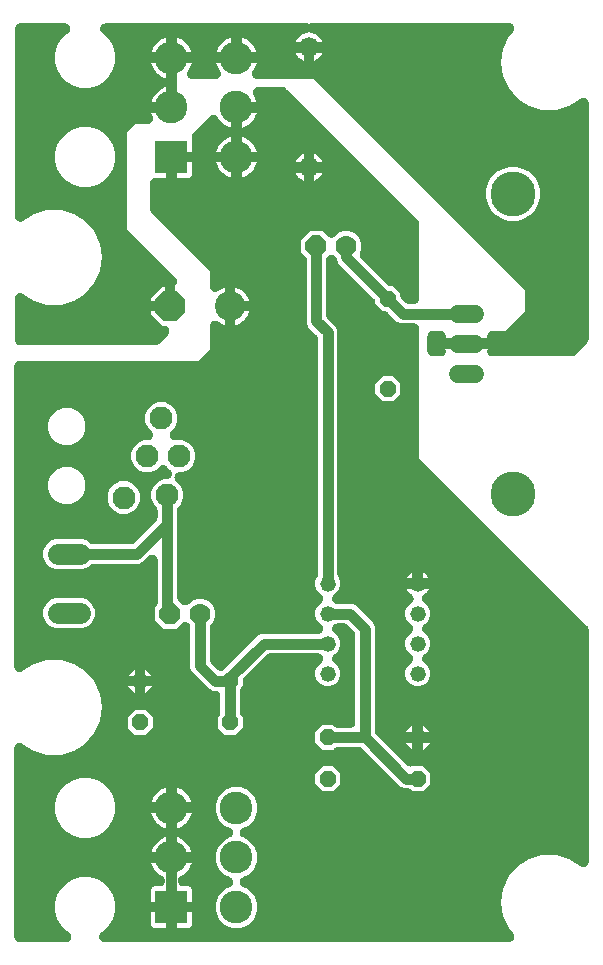
<source format=gbr>
G04 EAGLE Gerber RS-274X export*
G75*
%MOMM*%
%FSLAX34Y34*%
%LPD*%
%INBottom Copper*%
%IPPOS*%
%AMOC8*
5,1,8,0,0,1.08239X$1,22.5*%
G01*
%ADD10C,2.540000*%
%ADD11P,2.749271X8X202.500000*%
%ADD12C,1.676400*%
%ADD13C,2.775000*%
%ADD14R,2.775000X2.775000*%
%ADD15C,1.508000*%
%ADD16P,1.429621X8X202.500000*%
%ADD17P,1.429621X8X22.500000*%
%ADD18P,1.429621X8X112.500000*%
%ADD19C,1.320800*%
%ADD20C,1.950000*%
%ADD21C,3.810000*%
%ADD22P,1.924489X8X202.500000*%
%ADD23C,1.778000*%
%ADD24C,1.790700*%
%ADD25C,0.889000*%

G36*
X54887Y10925D02*
X54887Y10925D01*
X54917Y10923D01*
X55186Y10945D01*
X55453Y10963D01*
X55481Y10969D01*
X55511Y10971D01*
X55774Y11028D01*
X56037Y11082D01*
X56065Y11092D01*
X56093Y11098D01*
X56346Y11190D01*
X56600Y11278D01*
X56626Y11291D01*
X56653Y11301D01*
X56891Y11426D01*
X57131Y11548D01*
X57155Y11564D01*
X57181Y11578D01*
X57400Y11733D01*
X57621Y11886D01*
X57643Y11906D01*
X57667Y11923D01*
X57864Y12107D01*
X58062Y12287D01*
X58081Y12310D01*
X58103Y12330D01*
X58273Y12538D01*
X58446Y12743D01*
X58461Y12768D01*
X58480Y12791D01*
X58620Y13019D01*
X58764Y13247D01*
X58777Y13274D01*
X58792Y13299D01*
X58900Y13543D01*
X59013Y13789D01*
X59021Y13817D01*
X59033Y13844D01*
X59108Y14102D01*
X59187Y14359D01*
X59191Y14388D01*
X59200Y14416D01*
X59239Y14682D01*
X59283Y14947D01*
X59283Y14976D01*
X59288Y15005D01*
X59292Y15274D01*
X59299Y15543D01*
X59296Y15572D01*
X59296Y15601D01*
X59264Y15868D01*
X59236Y16135D01*
X59229Y16164D01*
X59225Y16193D01*
X59158Y16453D01*
X59094Y16714D01*
X59083Y16741D01*
X59075Y16769D01*
X58973Y17019D01*
X58875Y17268D01*
X58861Y17294D01*
X58850Y17321D01*
X58716Y17554D01*
X58585Y17789D01*
X58567Y17812D01*
X58553Y17838D01*
X58390Y18049D01*
X58227Y18265D01*
X58207Y18287D01*
X58189Y18310D01*
X57999Y18498D01*
X57809Y18690D01*
X57786Y18708D01*
X57765Y18729D01*
X57695Y18779D01*
X57338Y19055D01*
X57168Y19154D01*
X57080Y19216D01*
X55347Y20216D01*
X50616Y24947D01*
X47271Y30742D01*
X45539Y37205D01*
X45539Y43895D01*
X47271Y50358D01*
X50616Y56152D01*
X55348Y60884D01*
X61142Y64229D01*
X67605Y65961D01*
X74295Y65961D01*
X80758Y64229D01*
X86552Y60884D01*
X91284Y56152D01*
X94629Y50358D01*
X96361Y43895D01*
X96361Y37205D01*
X94629Y30742D01*
X91284Y24947D01*
X86553Y20216D01*
X84820Y19216D01*
X84795Y19200D01*
X84769Y19186D01*
X84547Y19033D01*
X84325Y18884D01*
X84303Y18864D01*
X84279Y18848D01*
X84080Y18667D01*
X83878Y18489D01*
X83859Y18467D01*
X83838Y18447D01*
X83665Y18241D01*
X83489Y18038D01*
X83473Y18013D01*
X83454Y17990D01*
X83310Y17763D01*
X83164Y17538D01*
X83151Y17512D01*
X83136Y17487D01*
X83023Y17242D01*
X82908Y17000D01*
X82899Y16972D01*
X82887Y16945D01*
X82809Y16688D01*
X82727Y16432D01*
X82722Y16403D01*
X82713Y16375D01*
X82670Y16111D01*
X82623Y15845D01*
X82622Y15816D01*
X82617Y15787D01*
X82610Y15518D01*
X82599Y15250D01*
X82602Y15221D01*
X82601Y15191D01*
X82629Y14925D01*
X82655Y14657D01*
X82661Y14628D01*
X82664Y14599D01*
X82728Y14338D01*
X82789Y14076D01*
X82799Y14049D01*
X82806Y14020D01*
X82905Y13771D01*
X83000Y13519D01*
X83014Y13493D01*
X83025Y13466D01*
X83156Y13231D01*
X83284Y12995D01*
X83301Y12971D01*
X83315Y12945D01*
X83477Y12729D01*
X83635Y12513D01*
X83655Y12492D01*
X83673Y12468D01*
X83861Y12277D01*
X84047Y12083D01*
X84070Y12065D01*
X84091Y12044D01*
X84303Y11879D01*
X84514Y11712D01*
X84539Y11697D01*
X84562Y11679D01*
X84794Y11544D01*
X85025Y11406D01*
X85052Y11395D01*
X85078Y11380D01*
X85326Y11278D01*
X85573Y11172D01*
X85602Y11165D01*
X85629Y11153D01*
X85888Y11085D01*
X86148Y11014D01*
X86177Y11010D01*
X86205Y11002D01*
X86292Y10994D01*
X86738Y10933D01*
X86935Y10933D01*
X87042Y10923D01*
X429702Y10923D01*
X429885Y10935D01*
X430068Y10938D01*
X430182Y10955D01*
X430296Y10963D01*
X430476Y10999D01*
X430658Y11027D01*
X430768Y11059D01*
X430880Y11082D01*
X431054Y11142D01*
X431230Y11194D01*
X431335Y11240D01*
X431443Y11278D01*
X431607Y11361D01*
X431774Y11436D01*
X431872Y11496D01*
X431974Y11548D01*
X432125Y11652D01*
X432282Y11748D01*
X432371Y11821D01*
X432465Y11886D01*
X432601Y12009D01*
X432743Y12126D01*
X432821Y12210D01*
X432906Y12287D01*
X433024Y12428D01*
X433149Y12562D01*
X433215Y12655D01*
X433289Y12743D01*
X433387Y12899D01*
X433493Y13048D01*
X433546Y13150D01*
X433608Y13247D01*
X433684Y13414D01*
X433769Y13576D01*
X433808Y13684D01*
X433856Y13789D01*
X433910Y13964D01*
X433972Y14137D01*
X433997Y14249D01*
X434030Y14359D01*
X434060Y14540D01*
X434099Y14719D01*
X434108Y14833D01*
X434126Y14947D01*
X434131Y15130D01*
X434146Y15313D01*
X434139Y15428D01*
X434143Y15543D01*
X434123Y15725D01*
X434113Y15908D01*
X434091Y16021D01*
X434079Y16135D01*
X434035Y16313D01*
X434001Y16493D01*
X433964Y16602D01*
X433937Y16714D01*
X433870Y16884D01*
X433812Y17058D01*
X433761Y17162D01*
X433719Y17268D01*
X433629Y17428D01*
X433548Y17593D01*
X433498Y17663D01*
X433428Y17789D01*
X433071Y18265D01*
X433064Y18272D01*
X433061Y18277D01*
X429399Y22503D01*
X424599Y33013D01*
X422955Y44450D01*
X424599Y55887D01*
X429399Y66397D01*
X436966Y75130D01*
X446686Y81377D01*
X457773Y84632D01*
X469327Y84632D01*
X480414Y81377D01*
X490230Y75068D01*
X490374Y74988D01*
X490513Y74901D01*
X490635Y74845D01*
X490752Y74780D01*
X490905Y74721D01*
X491055Y74652D01*
X491183Y74613D01*
X491308Y74565D01*
X491468Y74526D01*
X491625Y74478D01*
X491757Y74457D01*
X491887Y74425D01*
X492051Y74409D01*
X492213Y74382D01*
X492347Y74379D01*
X492480Y74365D01*
X492644Y74370D01*
X492809Y74366D01*
X492942Y74380D01*
X493076Y74384D01*
X493238Y74412D01*
X493401Y74429D01*
X493531Y74461D01*
X493663Y74483D01*
X493820Y74532D01*
X493980Y74571D01*
X494104Y74620D01*
X494232Y74660D01*
X494382Y74729D01*
X494534Y74790D01*
X494651Y74855D01*
X494773Y74911D01*
X494911Y75000D01*
X495055Y75080D01*
X495162Y75161D01*
X495275Y75233D01*
X495400Y75339D01*
X495532Y75438D01*
X495627Y75532D01*
X495729Y75618D01*
X495839Y75740D01*
X495956Y75856D01*
X496038Y75962D01*
X496128Y76061D01*
X496220Y76197D01*
X496321Y76327D01*
X496388Y76443D01*
X496464Y76553D01*
X496537Y76700D01*
X496620Y76843D01*
X496671Y76966D01*
X496731Y77086D01*
X496784Y77242D01*
X496847Y77394D01*
X496881Y77523D01*
X496924Y77650D01*
X496956Y77811D01*
X496998Y77970D01*
X497007Y78067D01*
X497040Y78234D01*
X497073Y78762D01*
X497077Y78807D01*
X497077Y275717D01*
X497068Y275849D01*
X497069Y275980D01*
X497048Y276145D01*
X497037Y276312D01*
X497011Y276441D01*
X496994Y276571D01*
X496951Y276732D01*
X496918Y276895D01*
X496875Y277020D01*
X496841Y277147D01*
X496777Y277301D01*
X496722Y277458D01*
X496662Y277576D01*
X496612Y277697D01*
X496528Y277841D01*
X496452Y277990D01*
X496377Y278098D01*
X496311Y278212D01*
X496238Y278300D01*
X496114Y278480D01*
X495843Y278778D01*
X495776Y278860D01*
X353694Y420941D01*
X353694Y530225D01*
X353688Y530313D01*
X353691Y530401D01*
X353668Y530610D01*
X353654Y530820D01*
X353637Y530906D01*
X353627Y530993D01*
X353577Y531197D01*
X353535Y531404D01*
X353506Y531487D01*
X353485Y531572D01*
X353408Y531768D01*
X353339Y531966D01*
X353299Y532045D01*
X353267Y532126D01*
X353165Y532310D01*
X353069Y532498D01*
X353019Y532570D01*
X352977Y532647D01*
X352850Y532815D01*
X352731Y532988D01*
X352672Y533053D01*
X352619Y533124D01*
X352471Y533274D01*
X352330Y533429D01*
X352263Y533486D01*
X352201Y533548D01*
X352035Y533677D01*
X351874Y533812D01*
X351799Y533859D01*
X351730Y533913D01*
X351548Y534018D01*
X351370Y534131D01*
X351290Y534168D01*
X351214Y534212D01*
X351020Y534292D01*
X350828Y534380D01*
X350744Y534405D01*
X350663Y534439D01*
X350460Y534492D01*
X350258Y534553D01*
X350172Y534567D01*
X350087Y534590D01*
X349963Y534602D01*
X349670Y534649D01*
X349373Y534658D01*
X349250Y534669D01*
X338083Y534669D01*
X335049Y535926D01*
X327066Y543909D01*
X326967Y543995D01*
X326874Y544089D01*
X326743Y544191D01*
X326617Y544301D01*
X326507Y544373D01*
X326403Y544454D01*
X326259Y544538D01*
X326120Y544629D01*
X326002Y544687D01*
X325888Y544753D01*
X325734Y544816D01*
X325584Y544889D01*
X325458Y544930D01*
X325336Y544980D01*
X325176Y545022D01*
X325017Y545074D01*
X324887Y545097D01*
X324760Y545131D01*
X324647Y545142D01*
X324431Y545181D01*
X324029Y545200D01*
X323923Y545210D01*
X322711Y545210D01*
X316610Y551311D01*
X316610Y552523D01*
X316601Y552655D01*
X316602Y552787D01*
X316581Y552952D01*
X316570Y553118D01*
X316544Y553247D01*
X316527Y553378D01*
X316484Y553539D01*
X316451Y553702D01*
X316408Y553827D01*
X316374Y553954D01*
X316310Y554108D01*
X316255Y554265D01*
X316195Y554382D01*
X316145Y554504D01*
X316061Y554648D01*
X315985Y554796D01*
X315910Y554905D01*
X315844Y555018D01*
X315771Y555106D01*
X315647Y555287D01*
X315376Y555584D01*
X315309Y555666D01*
X285101Y585874D01*
X283814Y588981D01*
X283804Y589123D01*
X283778Y589252D01*
X283761Y589383D01*
X283718Y589544D01*
X283685Y589707D01*
X283642Y589831D01*
X283608Y589959D01*
X283544Y590112D01*
X283489Y590270D01*
X283429Y590387D01*
X283379Y590509D01*
X283295Y590653D01*
X283219Y590801D01*
X283144Y590909D01*
X283078Y591023D01*
X283005Y591111D01*
X282881Y591291D01*
X282614Y591585D01*
X282610Y591589D01*
X282543Y591671D01*
X282509Y591700D01*
X282480Y591732D01*
X282285Y591896D01*
X282094Y592063D01*
X282057Y592087D01*
X282023Y592116D01*
X281808Y592252D01*
X281597Y592392D01*
X281557Y592411D01*
X281520Y592434D01*
X281289Y592541D01*
X281060Y592651D01*
X281018Y592665D01*
X280978Y592683D01*
X280736Y592757D01*
X280494Y592836D01*
X280450Y592844D01*
X280408Y592857D01*
X280158Y592898D01*
X279907Y592944D01*
X279863Y592946D01*
X279820Y592953D01*
X279566Y592960D01*
X279312Y592972D01*
X279268Y592968D01*
X279224Y592969D01*
X278971Y592942D01*
X278719Y592920D01*
X278676Y592910D01*
X278632Y592906D01*
X278385Y592845D01*
X278137Y592789D01*
X278096Y592774D01*
X278053Y592764D01*
X277817Y592671D01*
X277578Y592582D01*
X277539Y592561D01*
X277499Y592545D01*
X277277Y592421D01*
X277052Y592302D01*
X277017Y592276D01*
X276978Y592255D01*
X276774Y592102D01*
X276569Y591954D01*
X276537Y591924D01*
X276501Y591897D01*
X276320Y591719D01*
X276136Y591544D01*
X276108Y591510D01*
X276077Y591479D01*
X275921Y591279D01*
X275762Y591081D01*
X275739Y591043D01*
X275712Y591008D01*
X275584Y590788D01*
X275453Y590571D01*
X275435Y590531D01*
X275413Y590492D01*
X275316Y590257D01*
X275215Y590024D01*
X275203Y589982D01*
X275186Y589941D01*
X275122Y589696D01*
X275053Y589451D01*
X275046Y589407D01*
X275035Y589365D01*
X275025Y589259D01*
X274968Y588861D01*
X274966Y588642D01*
X274956Y588528D01*
X274956Y541836D01*
X274965Y541704D01*
X274964Y541572D01*
X274985Y541407D01*
X274996Y541241D01*
X275022Y541112D01*
X275039Y540981D01*
X275082Y540820D01*
X275115Y540657D01*
X275158Y540532D01*
X275192Y540405D01*
X275256Y540251D01*
X275311Y540094D01*
X275371Y539977D01*
X275421Y539855D01*
X275505Y539711D01*
X275581Y539563D01*
X275656Y539454D01*
X275722Y539341D01*
X275795Y539253D01*
X275919Y539072D01*
X276190Y538775D01*
X276257Y538693D01*
X283224Y531726D01*
X284481Y528692D01*
X284481Y322493D01*
X284491Y322340D01*
X284491Y322186D01*
X284511Y322042D01*
X284521Y321898D01*
X284551Y321748D01*
X284572Y321595D01*
X284603Y321497D01*
X284640Y321314D01*
X284798Y320862D01*
X284819Y320792D01*
X286640Y316397D01*
X286640Y312253D01*
X285054Y308426D01*
X281972Y305343D01*
X281847Y305268D01*
X281759Y305197D01*
X281665Y305133D01*
X281648Y305118D01*
X281630Y305106D01*
X281510Y304997D01*
X281383Y304895D01*
X281305Y304812D01*
X281220Y304737D01*
X281205Y304720D01*
X281189Y304705D01*
X281085Y304581D01*
X280972Y304463D01*
X280906Y304371D01*
X280832Y304284D01*
X280820Y304265D01*
X280806Y304248D01*
X280719Y304112D01*
X280623Y303979D01*
X280570Y303879D01*
X280508Y303784D01*
X280499Y303763D01*
X280487Y303745D01*
X280420Y303598D01*
X280342Y303454D01*
X280303Y303347D01*
X280254Y303245D01*
X280247Y303223D01*
X280238Y303203D01*
X280191Y303049D01*
X280134Y302896D01*
X280109Y302785D01*
X280075Y302677D01*
X280071Y302654D01*
X280065Y302633D01*
X280039Y302474D01*
X280002Y302314D01*
X279992Y302202D01*
X279973Y302089D01*
X279972Y302066D01*
X279969Y302045D01*
X279964Y301884D01*
X279950Y301721D01*
X279955Y301607D01*
X279951Y301494D01*
X279953Y301471D01*
X279952Y301449D01*
X279969Y301289D01*
X279977Y301126D01*
X279997Y301014D01*
X280008Y300901D01*
X280013Y300878D01*
X280016Y300857D01*
X280054Y300700D01*
X280083Y300539D01*
X280118Y300431D01*
X280144Y300321D01*
X280152Y300299D01*
X280158Y300278D01*
X280217Y300128D01*
X280267Y299972D01*
X280316Y299870D01*
X280357Y299764D01*
X280368Y299744D01*
X280376Y299724D01*
X280455Y299582D01*
X280525Y299435D01*
X280588Y299340D01*
X280642Y299241D01*
X280656Y299223D01*
X280666Y299203D01*
X280764Y299073D01*
X280853Y298938D01*
X280928Y298852D01*
X280995Y298760D01*
X281011Y298744D01*
X281024Y298726D01*
X281138Y298611D01*
X281245Y298488D01*
X281330Y298413D01*
X281409Y298332D01*
X281426Y298318D01*
X281442Y298302D01*
X281570Y298202D01*
X281693Y298095D01*
X281765Y298050D01*
X281876Y297962D01*
X281895Y297951D01*
X281913Y297937D01*
X282152Y297798D01*
X282389Y297658D01*
X282399Y297654D01*
X282405Y297650D01*
X282417Y297645D01*
X282429Y297638D01*
X282684Y297533D01*
X282938Y297426D01*
X282947Y297423D01*
X282955Y297420D01*
X282968Y297416D01*
X282980Y297411D01*
X283247Y297341D01*
X283513Y297269D01*
X283522Y297268D01*
X283531Y297265D01*
X283543Y297264D01*
X283556Y297260D01*
X283607Y297255D01*
X283823Y297228D01*
X284103Y297190D01*
X284112Y297190D01*
X284122Y297189D01*
X284295Y297190D01*
X284393Y297181D01*
X296917Y297181D01*
X299951Y295924D01*
X314974Y280901D01*
X316231Y277867D01*
X316231Y189411D01*
X316240Y189279D01*
X316239Y189147D01*
X316260Y188982D01*
X316271Y188816D01*
X316297Y188687D01*
X316314Y188556D01*
X316357Y188395D01*
X316390Y188232D01*
X316433Y188107D01*
X316467Y187980D01*
X316531Y187826D01*
X316586Y187669D01*
X316646Y187552D01*
X316696Y187430D01*
X316780Y187286D01*
X316856Y187138D01*
X316931Y187029D01*
X316997Y186916D01*
X317070Y186828D01*
X317194Y186647D01*
X317465Y186350D01*
X317532Y186268D01*
X342993Y160807D01*
X343060Y160749D01*
X343120Y160685D01*
X343284Y160553D01*
X343442Y160415D01*
X343516Y160366D01*
X343584Y160311D01*
X343764Y160202D01*
X343939Y160086D01*
X344018Y160048D01*
X344094Y160002D01*
X344287Y159918D01*
X344476Y159827D01*
X344560Y159800D01*
X344640Y159765D01*
X344843Y159707D01*
X345042Y159642D01*
X345129Y159626D01*
X345214Y159602D01*
X345422Y159572D01*
X345628Y159534D01*
X345717Y159530D01*
X345804Y159518D01*
X346014Y159516D01*
X346224Y159506D01*
X346311Y159514D01*
X346400Y159513D01*
X346608Y159540D01*
X346817Y159558D01*
X346903Y159577D01*
X346991Y159588D01*
X347183Y159640D01*
X356739Y159640D01*
X362840Y153539D01*
X362840Y144911D01*
X356739Y138810D01*
X348111Y138810D01*
X347254Y139668D01*
X347155Y139754D01*
X347062Y139848D01*
X346930Y139950D01*
X346805Y140060D01*
X346695Y140132D01*
X346591Y140213D01*
X346447Y140297D01*
X346308Y140388D01*
X346189Y140446D01*
X346075Y140512D01*
X345921Y140575D01*
X345771Y140648D01*
X345646Y140688D01*
X345524Y140739D01*
X345363Y140781D01*
X345205Y140833D01*
X345075Y140856D01*
X344948Y140890D01*
X344835Y140901D01*
X344619Y140940D01*
X344217Y140959D01*
X344111Y140969D01*
X341258Y140969D01*
X338224Y142226D01*
X305857Y174593D01*
X305758Y174679D01*
X305665Y174773D01*
X305534Y174875D01*
X305408Y174985D01*
X305298Y175057D01*
X305194Y175138D01*
X305050Y175222D01*
X304911Y175313D01*
X304793Y175371D01*
X304679Y175437D01*
X304525Y175500D01*
X304375Y175573D01*
X304249Y175614D01*
X304127Y175664D01*
X303967Y175706D01*
X303808Y175758D01*
X303678Y175781D01*
X303551Y175815D01*
X303438Y175826D01*
X303222Y175865D01*
X302820Y175884D01*
X302714Y175894D01*
X284539Y175894D01*
X284407Y175885D01*
X284276Y175886D01*
X284110Y175865D01*
X283944Y175854D01*
X283815Y175828D01*
X283684Y175811D01*
X283524Y175768D01*
X283360Y175735D01*
X283236Y175692D01*
X283109Y175658D01*
X282955Y175594D01*
X282798Y175539D01*
X282680Y175479D01*
X282558Y175429D01*
X282415Y175345D01*
X282266Y175269D01*
X282158Y175194D01*
X282044Y175128D01*
X281956Y175055D01*
X281776Y174931D01*
X281478Y174660D01*
X281396Y174593D01*
X280539Y173735D01*
X271911Y173735D01*
X265810Y179836D01*
X265810Y188464D01*
X271911Y194565D01*
X280539Y194565D01*
X281396Y193707D01*
X281495Y193621D01*
X281588Y193527D01*
X281720Y193425D01*
X281845Y193315D01*
X281955Y193243D01*
X282059Y193162D01*
X282203Y193078D01*
X282342Y192987D01*
X282461Y192929D01*
X282575Y192863D01*
X282729Y192800D01*
X282879Y192727D01*
X283004Y192686D01*
X283126Y192636D01*
X283287Y192594D01*
X283445Y192542D01*
X283575Y192519D01*
X283702Y192485D01*
X283815Y192474D01*
X284031Y192435D01*
X284433Y192416D01*
X284539Y192406D01*
X295275Y192406D01*
X295363Y192412D01*
X295451Y192409D01*
X295660Y192432D01*
X295870Y192446D01*
X295956Y192463D01*
X296043Y192473D01*
X296247Y192523D01*
X296454Y192565D01*
X296537Y192594D01*
X296622Y192615D01*
X296818Y192692D01*
X297016Y192761D01*
X297095Y192801D01*
X297176Y192833D01*
X297360Y192935D01*
X297548Y193031D01*
X297620Y193081D01*
X297697Y193123D01*
X297865Y193250D01*
X298038Y193369D01*
X298103Y193428D01*
X298174Y193481D01*
X298324Y193629D01*
X298479Y193770D01*
X298536Y193837D01*
X298598Y193899D01*
X298727Y194065D01*
X298862Y194226D01*
X298909Y194301D01*
X298963Y194370D01*
X299068Y194552D01*
X299181Y194730D01*
X299218Y194810D01*
X299262Y194886D01*
X299342Y195080D01*
X299430Y195272D01*
X299455Y195356D01*
X299489Y195437D01*
X299542Y195640D01*
X299603Y195842D01*
X299617Y195928D01*
X299640Y196013D01*
X299652Y196137D01*
X299699Y196430D01*
X299708Y196727D01*
X299719Y196850D01*
X299719Y270964D01*
X299710Y271096D01*
X299711Y271228D01*
X299690Y271393D01*
X299679Y271559D01*
X299653Y271688D01*
X299636Y271819D01*
X299593Y271980D01*
X299560Y272143D01*
X299517Y272268D01*
X299483Y272395D01*
X299419Y272549D01*
X299364Y272706D01*
X299304Y272823D01*
X299254Y272945D01*
X299170Y273089D01*
X299094Y273237D01*
X299019Y273346D01*
X298953Y273459D01*
X298880Y273547D01*
X298756Y273728D01*
X298485Y274025D01*
X298418Y274107D01*
X293157Y279368D01*
X293058Y279454D01*
X292965Y279548D01*
X292834Y279650D01*
X292708Y279760D01*
X292598Y279832D01*
X292494Y279913D01*
X292350Y279997D01*
X292211Y280088D01*
X292093Y280146D01*
X291979Y280212D01*
X291825Y280275D01*
X291675Y280348D01*
X291549Y280389D01*
X291427Y280439D01*
X291267Y280481D01*
X291108Y280533D01*
X290978Y280556D01*
X290851Y280590D01*
X290738Y280601D01*
X290522Y280640D01*
X290120Y280659D01*
X290014Y280669D01*
X284393Y280669D01*
X284371Y280668D01*
X284349Y280669D01*
X284074Y280648D01*
X283798Y280629D01*
X283777Y280625D01*
X283755Y280623D01*
X283485Y280565D01*
X283214Y280510D01*
X283193Y280503D01*
X283172Y280498D01*
X282912Y280405D01*
X282652Y280314D01*
X282632Y280304D01*
X282611Y280297D01*
X282367Y280170D01*
X282120Y280044D01*
X282102Y280032D01*
X282083Y280022D01*
X281858Y279863D01*
X281630Y279706D01*
X281613Y279691D01*
X281595Y279678D01*
X281394Y279492D01*
X281189Y279305D01*
X281175Y279288D01*
X281159Y279273D01*
X280983Y279060D01*
X280806Y278849D01*
X280794Y278830D01*
X280780Y278813D01*
X280636Y278580D01*
X280487Y278345D01*
X280478Y278325D01*
X280466Y278306D01*
X280354Y278055D01*
X280238Y277803D01*
X280232Y277782D01*
X280223Y277762D01*
X280144Y277495D01*
X280064Y277233D01*
X280061Y277212D01*
X280055Y277190D01*
X280013Y276917D01*
X279968Y276645D01*
X279968Y276623D01*
X279965Y276601D01*
X279960Y276325D01*
X279952Y276049D01*
X279954Y276028D01*
X279954Y276006D01*
X279986Y275731D01*
X280015Y275457D01*
X280021Y275436D01*
X280023Y275414D01*
X280092Y275147D01*
X280158Y274878D01*
X280166Y274858D01*
X280171Y274836D01*
X280275Y274580D01*
X280376Y274324D01*
X280386Y274305D01*
X280395Y274284D01*
X280532Y274045D01*
X280666Y273803D01*
X280680Y273785D01*
X280690Y273767D01*
X280857Y273549D01*
X281024Y273327D01*
X281039Y273311D01*
X281053Y273293D01*
X281248Y273099D01*
X281442Y272902D01*
X281459Y272888D01*
X281475Y272873D01*
X281695Y272706D01*
X281913Y272537D01*
X281932Y272526D01*
X281950Y272513D01*
X281985Y272494D01*
X285054Y269424D01*
X286640Y265597D01*
X286640Y261453D01*
X285054Y257626D01*
X281973Y254545D01*
X281875Y254475D01*
X281665Y254333D01*
X281632Y254304D01*
X281595Y254278D01*
X281409Y254106D01*
X281220Y253937D01*
X281191Y253903D01*
X281159Y253873D01*
X280998Y253678D01*
X280832Y253484D01*
X280808Y253447D01*
X280780Y253413D01*
X280647Y253198D01*
X280508Y252984D01*
X280489Y252944D01*
X280466Y252906D01*
X280363Y252675D01*
X280254Y252445D01*
X280241Y252403D01*
X280223Y252362D01*
X280151Y252119D01*
X280075Y251877D01*
X280067Y251833D01*
X280055Y251790D01*
X280016Y251540D01*
X279973Y251289D01*
X279971Y251245D01*
X279965Y251201D01*
X279960Y250948D01*
X279951Y250694D01*
X279955Y250650D01*
X279954Y250606D01*
X279984Y250353D01*
X280008Y250101D01*
X280018Y250058D01*
X280023Y250014D01*
X280086Y249768D01*
X280144Y249521D01*
X280160Y249479D01*
X280171Y249436D01*
X280267Y249201D01*
X280357Y248964D01*
X280378Y248925D01*
X280395Y248884D01*
X280521Y248663D01*
X280642Y248441D01*
X280669Y248405D01*
X280690Y248367D01*
X280845Y248165D01*
X280995Y247960D01*
X281026Y247929D01*
X281053Y247893D01*
X281233Y247714D01*
X281409Y247532D01*
X281443Y247504D01*
X281475Y247473D01*
X281678Y247319D01*
X281876Y247162D01*
X281914Y247139D01*
X281950Y247113D01*
X281985Y247094D01*
X285054Y244024D01*
X286640Y240197D01*
X286640Y236053D01*
X285054Y232226D01*
X282124Y229296D01*
X278297Y227710D01*
X274153Y227710D01*
X270326Y229296D01*
X267396Y232226D01*
X265810Y236053D01*
X265810Y240197D01*
X267396Y244024D01*
X270482Y247111D01*
X270557Y247163D01*
X270786Y247317D01*
X270802Y247332D01*
X270820Y247344D01*
X271025Y247530D01*
X271231Y247714D01*
X271245Y247730D01*
X271261Y247745D01*
X271439Y247956D01*
X271618Y248166D01*
X271630Y248185D01*
X271644Y248202D01*
X271792Y248435D01*
X271942Y248667D01*
X271951Y248686D01*
X271963Y248705D01*
X272079Y248957D01*
X272196Y249206D01*
X272203Y249227D01*
X272212Y249247D01*
X272292Y249511D01*
X272375Y249774D01*
X272379Y249796D01*
X272386Y249817D01*
X272430Y250089D01*
X272477Y250361D01*
X272478Y250383D01*
X272482Y250405D01*
X272489Y250680D01*
X272499Y250957D01*
X272497Y250979D01*
X272498Y251001D01*
X272469Y251275D01*
X272442Y251550D01*
X272437Y251571D01*
X272435Y251593D01*
X272369Y251861D01*
X272306Y252130D01*
X272298Y252151D01*
X272292Y252172D01*
X272192Y252427D01*
X272093Y252687D01*
X272082Y252706D01*
X272074Y252726D01*
X271939Y252968D01*
X271807Y253210D01*
X271795Y253227D01*
X271784Y253247D01*
X271617Y253469D01*
X271455Y253690D01*
X271439Y253706D01*
X271426Y253724D01*
X271232Y253920D01*
X271041Y254119D01*
X271024Y254133D01*
X271008Y254148D01*
X270790Y254317D01*
X270573Y254488D01*
X270554Y254500D01*
X270537Y254513D01*
X270298Y254652D01*
X270061Y254792D01*
X270040Y254801D01*
X270021Y254812D01*
X269766Y254917D01*
X269512Y255024D01*
X269490Y255030D01*
X269470Y255039D01*
X269204Y255109D01*
X268937Y255181D01*
X268915Y255184D01*
X268894Y255190D01*
X268821Y255197D01*
X268346Y255260D01*
X268160Y255259D01*
X268057Y255269D01*
X227511Y255269D01*
X227379Y255260D01*
X227247Y255261D01*
X227082Y255240D01*
X226916Y255229D01*
X226787Y255203D01*
X226656Y255186D01*
X226495Y255143D01*
X226332Y255110D01*
X226207Y255067D01*
X226080Y255033D01*
X225926Y254969D01*
X225769Y254914D01*
X225652Y254854D01*
X225530Y254804D01*
X225386Y254720D01*
X225238Y254644D01*
X225129Y254569D01*
X225016Y254503D01*
X224928Y254430D01*
X224747Y254306D01*
X224450Y254035D01*
X224368Y253968D01*
X205391Y234991D01*
X205305Y234892D01*
X205211Y234799D01*
X205109Y234668D01*
X204999Y234542D01*
X204927Y234432D01*
X204846Y234328D01*
X204762Y234184D01*
X204671Y234045D01*
X204613Y233927D01*
X204547Y233813D01*
X204484Y233659D01*
X204411Y233509D01*
X204370Y233383D01*
X204320Y233261D01*
X204278Y233101D01*
X204226Y232942D01*
X204203Y232812D01*
X204169Y232685D01*
X204158Y232572D01*
X204119Y232356D01*
X204100Y231954D01*
X204090Y231848D01*
X204090Y227461D01*
X203232Y226604D01*
X203146Y226505D01*
X203052Y226412D01*
X202950Y226280D01*
X202840Y226155D01*
X202768Y226045D01*
X202687Y225941D01*
X202603Y225797D01*
X202512Y225658D01*
X202454Y225539D01*
X202388Y225425D01*
X202325Y225271D01*
X202252Y225121D01*
X202211Y224996D01*
X202161Y224874D01*
X202119Y224713D01*
X202067Y224555D01*
X202044Y224425D01*
X202010Y224298D01*
X201999Y224185D01*
X201960Y223969D01*
X201941Y223567D01*
X201931Y223461D01*
X201931Y205164D01*
X201940Y205032D01*
X201939Y204901D01*
X201960Y204735D01*
X201971Y204569D01*
X201997Y204440D01*
X202014Y204309D01*
X202057Y204149D01*
X202090Y203985D01*
X202133Y203861D01*
X202167Y203734D01*
X202231Y203580D01*
X202286Y203423D01*
X202346Y203305D01*
X202396Y203183D01*
X202480Y203040D01*
X202556Y202891D01*
X202631Y202783D01*
X202697Y202669D01*
X202770Y202581D01*
X202894Y202401D01*
X203165Y202103D01*
X203232Y202021D01*
X204090Y201164D01*
X204090Y192536D01*
X197989Y186435D01*
X189361Y186435D01*
X183260Y192536D01*
X183260Y201164D01*
X184118Y202021D01*
X184204Y202120D01*
X184298Y202213D01*
X184400Y202345D01*
X184510Y202470D01*
X184582Y202580D01*
X184663Y202684D01*
X184747Y202828D01*
X184838Y202967D01*
X184896Y203086D01*
X184962Y203200D01*
X185025Y203354D01*
X185098Y203504D01*
X185139Y203629D01*
X185189Y203751D01*
X185231Y203912D01*
X185283Y204070D01*
X185306Y204200D01*
X185340Y204327D01*
X185351Y204440D01*
X185390Y204656D01*
X185409Y205058D01*
X185419Y205164D01*
X185419Y219075D01*
X185413Y219163D01*
X185416Y219251D01*
X185393Y219460D01*
X185379Y219670D01*
X185362Y219756D01*
X185352Y219843D01*
X185302Y220047D01*
X185260Y220254D01*
X185231Y220337D01*
X185210Y220422D01*
X185133Y220618D01*
X185064Y220816D01*
X185024Y220895D01*
X184992Y220976D01*
X184890Y221160D01*
X184794Y221348D01*
X184744Y221420D01*
X184702Y221497D01*
X184575Y221665D01*
X184456Y221838D01*
X184397Y221903D01*
X184344Y221974D01*
X184196Y222124D01*
X184055Y222279D01*
X183988Y222336D01*
X183926Y222398D01*
X183760Y222527D01*
X183599Y222662D01*
X183524Y222709D01*
X183455Y222763D01*
X183273Y222868D01*
X183095Y222981D01*
X183015Y223018D01*
X182939Y223062D01*
X182745Y223142D01*
X182553Y223230D01*
X182469Y223255D01*
X182388Y223289D01*
X182185Y223342D01*
X181983Y223403D01*
X181897Y223417D01*
X181812Y223440D01*
X181688Y223452D01*
X181395Y223499D01*
X181098Y223508D01*
X180975Y223519D01*
X179333Y223519D01*
X176299Y224776D01*
X161276Y239799D01*
X160019Y242833D01*
X160019Y277378D01*
X160018Y277391D01*
X160019Y277405D01*
X160017Y277436D01*
X160018Y277466D01*
X159996Y277718D01*
X159979Y277973D01*
X159977Y277986D01*
X159976Y277999D01*
X159969Y278029D01*
X159967Y278060D01*
X159911Y278306D01*
X159860Y278557D01*
X159856Y278569D01*
X159853Y278582D01*
X159844Y278606D01*
X159836Y278641D01*
X159748Y278879D01*
X159664Y279120D01*
X159644Y279159D01*
X159629Y279200D01*
X159576Y279300D01*
X159550Y279366D01*
X159468Y279506D01*
X159394Y279651D01*
X159369Y279687D01*
X159349Y279726D01*
X159295Y279801D01*
X159248Y279880D01*
X159148Y280008D01*
X159056Y280141D01*
X159026Y280174D01*
X159001Y280210D01*
X158937Y280276D01*
X158881Y280349D01*
X158764Y280462D01*
X158655Y280582D01*
X158621Y280611D01*
X158591Y280643D01*
X158519Y280700D01*
X158454Y280764D01*
X158323Y280861D01*
X158199Y280966D01*
X158162Y280989D01*
X158127Y281017D01*
X158049Y281064D01*
X157975Y281119D01*
X157832Y281198D01*
X157695Y281284D01*
X157655Y281303D01*
X157617Y281326D01*
X157533Y281362D01*
X157453Y281406D01*
X157300Y281465D01*
X157153Y281533D01*
X157112Y281546D01*
X157071Y281563D01*
X156983Y281588D01*
X156897Y281621D01*
X156738Y281660D01*
X156583Y281707D01*
X156540Y281714D01*
X156498Y281726D01*
X156406Y281739D01*
X156317Y281760D01*
X156155Y281777D01*
X155995Y281803D01*
X155952Y281804D01*
X155908Y281810D01*
X155816Y281811D01*
X155724Y281820D01*
X155561Y281815D01*
X155399Y281819D01*
X155356Y281814D01*
X155312Y281815D01*
X155221Y281803D01*
X155129Y281800D01*
X154967Y281773D01*
X154807Y281756D01*
X154765Y281745D01*
X154721Y281740D01*
X154632Y281716D01*
X154541Y281701D01*
X154385Y281652D01*
X154228Y281614D01*
X154188Y281598D01*
X154145Y281586D01*
X154060Y281551D01*
X153972Y281524D01*
X153824Y281454D01*
X153674Y281395D01*
X153636Y281374D01*
X153595Y281357D01*
X153515Y281311D01*
X153432Y281272D01*
X153294Y281184D01*
X153153Y281105D01*
X153118Y281079D01*
X153080Y281056D01*
X153026Y281011D01*
X152930Y280950D01*
X152806Y280844D01*
X152677Y280747D01*
X152580Y280653D01*
X152476Y280564D01*
X152452Y280537D01*
X152432Y280521D01*
X148136Y276224D01*
X137614Y276224D01*
X130174Y283664D01*
X130174Y294186D01*
X130843Y294854D01*
X130929Y294953D01*
X131023Y295046D01*
X131125Y295177D01*
X131235Y295303D01*
X131307Y295413D01*
X131388Y295517D01*
X131472Y295661D01*
X131563Y295800D01*
X131621Y295918D01*
X131687Y296033D01*
X131750Y296187D01*
X131823Y296337D01*
X131864Y296462D01*
X131914Y296584D01*
X131956Y296745D01*
X132008Y296903D01*
X132031Y297033D01*
X132065Y297160D01*
X132076Y297273D01*
X132115Y297489D01*
X132134Y297891D01*
X132144Y297997D01*
X132144Y334465D01*
X132141Y334508D01*
X132143Y334552D01*
X132121Y334806D01*
X132104Y335059D01*
X132096Y335102D01*
X132092Y335146D01*
X132036Y335394D01*
X131985Y335643D01*
X131971Y335685D01*
X131961Y335727D01*
X131873Y335966D01*
X131789Y336206D01*
X131769Y336245D01*
X131754Y336286D01*
X131634Y336510D01*
X131519Y336737D01*
X131494Y336773D01*
X131474Y336812D01*
X131325Y337018D01*
X131181Y337228D01*
X131151Y337260D01*
X131126Y337296D01*
X130951Y337480D01*
X130780Y337669D01*
X130746Y337697D01*
X130716Y337729D01*
X130518Y337888D01*
X130324Y338052D01*
X130286Y338075D01*
X130252Y338103D01*
X130035Y338235D01*
X129820Y338371D01*
X129780Y338389D01*
X129742Y338412D01*
X129509Y338513D01*
X129278Y338619D01*
X129236Y338632D01*
X129196Y338649D01*
X128951Y338719D01*
X128708Y338793D01*
X128665Y338800D01*
X128623Y338812D01*
X128371Y338848D01*
X128120Y338889D01*
X128076Y338890D01*
X128033Y338896D01*
X127779Y338898D01*
X127524Y338905D01*
X127481Y338901D01*
X127437Y338901D01*
X127185Y338869D01*
X126932Y338842D01*
X126889Y338831D01*
X126846Y338826D01*
X126600Y338760D01*
X126353Y338700D01*
X126312Y338684D01*
X126270Y338672D01*
X126035Y338575D01*
X125799Y338482D01*
X125760Y338460D01*
X125720Y338443D01*
X125501Y338315D01*
X125278Y338191D01*
X125243Y338165D01*
X125205Y338142D01*
X125124Y338075D01*
X124802Y337834D01*
X124645Y337679D01*
X124557Y337607D01*
X119276Y332326D01*
X116242Y331069D01*
X77740Y331069D01*
X77608Y331060D01*
X77477Y331061D01*
X77312Y331040D01*
X77145Y331029D01*
X77016Y331003D01*
X76886Y330986D01*
X76725Y330943D01*
X76561Y330910D01*
X76437Y330867D01*
X76310Y330833D01*
X76156Y330769D01*
X75999Y330714D01*
X75881Y330654D01*
X75760Y330604D01*
X75616Y330520D01*
X75467Y330444D01*
X75359Y330369D01*
X75245Y330303D01*
X75157Y330230D01*
X74977Y330106D01*
X74679Y329835D01*
X74597Y329768D01*
X73334Y328504D01*
X68642Y326561D01*
X45658Y326561D01*
X40966Y328504D01*
X37375Y332095D01*
X35432Y336786D01*
X35432Y341864D01*
X37375Y346555D01*
X40966Y350146D01*
X45658Y352089D01*
X68642Y352089D01*
X73334Y350146D01*
X74597Y348882D01*
X74697Y348796D01*
X74789Y348702D01*
X74921Y348600D01*
X75046Y348490D01*
X75156Y348418D01*
X75260Y348337D01*
X75404Y348253D01*
X75543Y348162D01*
X75662Y348104D01*
X75776Y348038D01*
X75930Y347975D01*
X76080Y347902D01*
X76205Y347861D01*
X76327Y347811D01*
X76488Y347769D01*
X76646Y347717D01*
X76776Y347694D01*
X76903Y347660D01*
X77017Y347649D01*
X77233Y347610D01*
X77634Y347591D01*
X77740Y347581D01*
X109339Y347581D01*
X109471Y347590D01*
X109603Y347589D01*
X109768Y347610D01*
X109934Y347621D01*
X110063Y347647D01*
X110194Y347664D01*
X110355Y347707D01*
X110518Y347740D01*
X110643Y347783D01*
X110770Y347817D01*
X110924Y347881D01*
X111081Y347936D01*
X111198Y347996D01*
X111320Y348046D01*
X111464Y348130D01*
X111612Y348206D01*
X111721Y348281D01*
X111834Y348347D01*
X111922Y348420D01*
X112103Y348544D01*
X112400Y348815D01*
X112482Y348882D01*
X130843Y367243D01*
X130929Y367342D01*
X131023Y367435D01*
X131125Y367566D01*
X131235Y367692D01*
X131307Y367802D01*
X131388Y367906D01*
X131472Y368050D01*
X131563Y368189D01*
X131621Y368307D01*
X131687Y368421D01*
X131750Y368575D01*
X131823Y368725D01*
X131864Y368851D01*
X131914Y368972D01*
X131956Y369133D01*
X132008Y369292D01*
X132031Y369421D01*
X132065Y369549D01*
X132076Y369662D01*
X132115Y369878D01*
X132134Y370280D01*
X132144Y370385D01*
X132144Y376512D01*
X132135Y376644D01*
X132136Y376775D01*
X132115Y376941D01*
X132104Y377107D01*
X132078Y377236D01*
X132061Y377367D01*
X132018Y377527D01*
X131985Y377691D01*
X131942Y377815D01*
X131908Y377942D01*
X131844Y378096D01*
X131789Y378253D01*
X131729Y378371D01*
X131679Y378492D01*
X131595Y378636D01*
X131519Y378785D01*
X131444Y378893D01*
X131378Y379007D01*
X131305Y379095D01*
X131181Y379275D01*
X130910Y379573D01*
X130843Y379655D01*
X128904Y381593D01*
X126839Y386578D01*
X126839Y391972D01*
X128904Y396957D01*
X132718Y400771D01*
X137703Y402836D01*
X139932Y402836D01*
X139976Y402839D01*
X140020Y402837D01*
X140273Y402859D01*
X140527Y402876D01*
X140570Y402884D01*
X140614Y402888D01*
X140862Y402944D01*
X141111Y402995D01*
X141152Y403009D01*
X141195Y403019D01*
X141434Y403107D01*
X141673Y403191D01*
X141713Y403211D01*
X141754Y403226D01*
X141978Y403346D01*
X142205Y403461D01*
X142241Y403486D01*
X142280Y403506D01*
X142486Y403655D01*
X142695Y403799D01*
X142728Y403829D01*
X142764Y403854D01*
X142948Y404029D01*
X143136Y404200D01*
X143164Y404234D01*
X143196Y404264D01*
X143356Y404462D01*
X143519Y404656D01*
X143543Y404694D01*
X143571Y404728D01*
X143702Y404945D01*
X143838Y405160D01*
X143857Y405200D01*
X143879Y405238D01*
X143981Y405471D01*
X144087Y405702D01*
X144100Y405744D01*
X144117Y405784D01*
X144186Y406029D01*
X144260Y406272D01*
X144268Y406315D01*
X144280Y406357D01*
X144316Y406609D01*
X144356Y406860D01*
X144358Y406904D01*
X144364Y406947D01*
X144366Y407201D01*
X144373Y407456D01*
X144368Y407499D01*
X144369Y407543D01*
X144337Y407795D01*
X144310Y408048D01*
X144299Y408091D01*
X144293Y408134D01*
X144228Y408380D01*
X144167Y408627D01*
X144151Y408668D01*
X144140Y408710D01*
X144042Y408945D01*
X143949Y409181D01*
X143928Y409220D01*
X143911Y409260D01*
X143783Y409479D01*
X143659Y409702D01*
X143632Y409737D01*
X143610Y409775D01*
X143543Y409856D01*
X143301Y410178D01*
X143147Y410335D01*
X143075Y410423D01*
X140043Y413455D01*
X139977Y413512D01*
X139916Y413576D01*
X139752Y413709D01*
X139594Y413847D01*
X139521Y413895D01*
X139452Y413951D01*
X139272Y414059D01*
X139097Y414176D01*
X139018Y414214D01*
X138942Y414259D01*
X138750Y414343D01*
X138560Y414435D01*
X138476Y414462D01*
X138396Y414497D01*
X138194Y414554D01*
X137994Y414620D01*
X137907Y414636D01*
X137823Y414660D01*
X137614Y414689D01*
X137407Y414727D01*
X137320Y414731D01*
X137233Y414744D01*
X137022Y414746D01*
X136812Y414755D01*
X136725Y414748D01*
X136637Y414749D01*
X136428Y414722D01*
X136218Y414704D01*
X136133Y414685D01*
X136046Y414673D01*
X135842Y414619D01*
X135637Y414573D01*
X135555Y414543D01*
X135470Y414520D01*
X135276Y414439D01*
X135078Y414366D01*
X135001Y414325D01*
X134920Y414291D01*
X134738Y414185D01*
X134552Y414086D01*
X134481Y414034D01*
X134405Y413990D01*
X134310Y413911D01*
X134069Y413738D01*
X133853Y413533D01*
X133757Y413455D01*
X131082Y410779D01*
X126097Y408714D01*
X120703Y408714D01*
X115718Y410779D01*
X111904Y414593D01*
X109839Y419578D01*
X109839Y424972D01*
X111904Y429957D01*
X115718Y433771D01*
X120703Y435836D01*
X123932Y435836D01*
X123976Y435839D01*
X124020Y435837D01*
X124273Y435859D01*
X124527Y435876D01*
X124570Y435884D01*
X124614Y435888D01*
X124862Y435944D01*
X125111Y435995D01*
X125152Y436009D01*
X125195Y436019D01*
X125434Y436107D01*
X125673Y436191D01*
X125713Y436211D01*
X125754Y436226D01*
X125978Y436346D01*
X126205Y436461D01*
X126241Y436486D01*
X126280Y436506D01*
X126486Y436655D01*
X126695Y436799D01*
X126728Y436829D01*
X126764Y436854D01*
X126948Y437029D01*
X127136Y437200D01*
X127164Y437234D01*
X127196Y437264D01*
X127356Y437462D01*
X127519Y437656D01*
X127543Y437694D01*
X127571Y437728D01*
X127702Y437945D01*
X127838Y438160D01*
X127857Y438200D01*
X127879Y438238D01*
X127981Y438471D01*
X128087Y438702D01*
X128100Y438744D01*
X128117Y438784D01*
X128186Y439029D01*
X128260Y439272D01*
X128268Y439315D01*
X128280Y439357D01*
X128316Y439609D01*
X128356Y439860D01*
X128358Y439904D01*
X128364Y439947D01*
X128366Y440201D01*
X128373Y440456D01*
X128368Y440499D01*
X128369Y440543D01*
X128337Y440795D01*
X128310Y441048D01*
X128299Y441091D01*
X128293Y441134D01*
X128228Y441380D01*
X128167Y441627D01*
X128151Y441668D01*
X128140Y441710D01*
X128042Y441945D01*
X127949Y442181D01*
X127928Y442220D01*
X127911Y442260D01*
X127783Y442479D01*
X127659Y442702D01*
X127632Y442737D01*
X127610Y442775D01*
X127543Y442856D01*
X127301Y443178D01*
X127147Y443335D01*
X127075Y443423D01*
X123904Y446593D01*
X121839Y451578D01*
X121839Y456972D01*
X123904Y461957D01*
X127718Y465771D01*
X132703Y467836D01*
X138097Y467836D01*
X143082Y465771D01*
X146896Y461957D01*
X148961Y456972D01*
X148961Y451578D01*
X146896Y446593D01*
X143725Y443423D01*
X143697Y443390D01*
X143664Y443360D01*
X143500Y443165D01*
X143333Y442974D01*
X143309Y442937D01*
X143281Y442903D01*
X143145Y442689D01*
X143004Y442477D01*
X142985Y442437D01*
X142962Y442400D01*
X142856Y442169D01*
X142745Y441940D01*
X142732Y441898D01*
X142713Y441858D01*
X142639Y441615D01*
X142560Y441374D01*
X142552Y441330D01*
X142540Y441288D01*
X142499Y441038D01*
X142453Y440787D01*
X142451Y440743D01*
X142444Y440700D01*
X142437Y440446D01*
X142424Y440192D01*
X142428Y440148D01*
X142427Y440104D01*
X142454Y439851D01*
X142476Y439599D01*
X142486Y439556D01*
X142490Y439512D01*
X142551Y439265D01*
X142607Y439017D01*
X142622Y438976D01*
X142633Y438933D01*
X142725Y438697D01*
X142814Y438458D01*
X142835Y438419D01*
X142851Y438379D01*
X142975Y438156D01*
X143094Y437932D01*
X143120Y437897D01*
X143141Y437858D01*
X143295Y437654D01*
X143442Y437449D01*
X143472Y437417D01*
X143499Y437381D01*
X143677Y437200D01*
X143852Y437016D01*
X143886Y436988D01*
X143917Y436957D01*
X144118Y436801D01*
X144316Y436642D01*
X144353Y436619D01*
X144388Y436592D01*
X144608Y436464D01*
X144825Y436333D01*
X144866Y436315D01*
X144904Y436293D01*
X145139Y436197D01*
X145372Y436095D01*
X145414Y436083D01*
X145455Y436066D01*
X145700Y436002D01*
X145945Y435933D01*
X145989Y435926D01*
X146031Y435915D01*
X146137Y435905D01*
X146535Y435848D01*
X146755Y435846D01*
X146868Y435836D01*
X153097Y435836D01*
X158082Y433771D01*
X161896Y429957D01*
X163961Y424972D01*
X163961Y419578D01*
X161896Y414593D01*
X158082Y410779D01*
X153097Y408714D01*
X150868Y408714D01*
X150824Y408711D01*
X150780Y408713D01*
X150527Y408691D01*
X150273Y408674D01*
X150230Y408666D01*
X150186Y408662D01*
X149938Y408606D01*
X149689Y408555D01*
X149648Y408541D01*
X149605Y408531D01*
X149366Y408443D01*
X149127Y408359D01*
X149087Y408339D01*
X149046Y408324D01*
X148822Y408204D01*
X148595Y408089D01*
X148559Y408064D01*
X148520Y408044D01*
X148314Y407895D01*
X148105Y407751D01*
X148072Y407721D01*
X148036Y407696D01*
X147852Y407521D01*
X147664Y407350D01*
X147636Y407316D01*
X147604Y407286D01*
X147444Y407088D01*
X147281Y406894D01*
X147257Y406856D01*
X147229Y406822D01*
X147098Y406605D01*
X146962Y406390D01*
X146943Y406350D01*
X146921Y406312D01*
X146819Y406079D01*
X146713Y405848D01*
X146701Y405806D01*
X146683Y405766D01*
X146613Y405521D01*
X146540Y405278D01*
X146532Y405235D01*
X146520Y405193D01*
X146484Y404941D01*
X146444Y404690D01*
X146442Y404646D01*
X146436Y404603D01*
X146434Y404349D01*
X146427Y404094D01*
X146432Y404051D01*
X146431Y404007D01*
X146463Y403755D01*
X146490Y403502D01*
X146501Y403459D01*
X146507Y403416D01*
X146572Y403170D01*
X146633Y402923D01*
X146649Y402882D01*
X146660Y402840D01*
X146758Y402605D01*
X146851Y402369D01*
X146872Y402330D01*
X146889Y402290D01*
X147017Y402071D01*
X147141Y401848D01*
X147168Y401813D01*
X147190Y401775D01*
X147257Y401694D01*
X147499Y401372D01*
X147653Y401215D01*
X147725Y401127D01*
X151896Y396957D01*
X153961Y391972D01*
X153961Y386578D01*
X151896Y381593D01*
X149957Y379655D01*
X149871Y379556D01*
X149777Y379463D01*
X149675Y379331D01*
X149565Y379206D01*
X149493Y379096D01*
X149412Y378992D01*
X149328Y378848D01*
X149237Y378709D01*
X149179Y378590D01*
X149113Y378476D01*
X149050Y378322D01*
X148977Y378172D01*
X148937Y378047D01*
X148886Y377925D01*
X148844Y377764D01*
X148792Y377606D01*
X148769Y377476D01*
X148735Y377349D01*
X148724Y377236D01*
X148685Y377020D01*
X148666Y376618D01*
X148656Y376512D01*
X148656Y302947D01*
X148665Y302815D01*
X148664Y302683D01*
X148685Y302518D01*
X148696Y302352D01*
X148722Y302223D01*
X148739Y302092D01*
X148782Y301931D01*
X148815Y301768D01*
X148858Y301644D01*
X148892Y301516D01*
X148956Y301362D01*
X149011Y301205D01*
X149071Y301088D01*
X149121Y300966D01*
X149205Y300823D01*
X149281Y300674D01*
X149356Y300565D01*
X149422Y300452D01*
X149494Y300364D01*
X149619Y300184D01*
X149890Y299886D01*
X149957Y299804D01*
X152432Y297329D01*
X152499Y297271D01*
X152559Y297207D01*
X152723Y297075D01*
X152881Y296937D01*
X152954Y296889D01*
X153023Y296833D01*
X153203Y296724D01*
X153378Y296608D01*
X153457Y296570D01*
X153533Y296524D01*
X153726Y296440D01*
X153915Y296349D01*
X153998Y296322D01*
X154079Y296287D01*
X154281Y296229D01*
X154481Y296164D01*
X154568Y296148D01*
X154652Y296124D01*
X154860Y296094D01*
X155067Y296056D01*
X155155Y296052D01*
X155242Y296040D01*
X155453Y296038D01*
X155663Y296028D01*
X155750Y296036D01*
X155838Y296035D01*
X156047Y296062D01*
X156256Y296080D01*
X156342Y296099D01*
X156429Y296110D01*
X156633Y296165D01*
X156838Y296211D01*
X156920Y296241D01*
X157005Y296264D01*
X157199Y296345D01*
X157397Y296418D01*
X157474Y296459D01*
X157555Y296493D01*
X157737Y296599D01*
X157923Y296698D01*
X157994Y296749D01*
X158070Y296794D01*
X158165Y296873D01*
X158406Y297046D01*
X158622Y297250D01*
X158718Y297329D01*
X161081Y299692D01*
X165749Y301626D01*
X170801Y301626D01*
X175469Y299692D01*
X179042Y296119D01*
X180976Y291451D01*
X180976Y286399D01*
X179042Y281731D01*
X177832Y280521D01*
X177746Y280422D01*
X177652Y280329D01*
X177550Y280198D01*
X177440Y280072D01*
X177368Y279962D01*
X177287Y279858D01*
X177203Y279714D01*
X177112Y279575D01*
X177054Y279457D01*
X176988Y279342D01*
X176925Y279188D01*
X176852Y279038D01*
X176811Y278913D01*
X176761Y278791D01*
X176719Y278630D01*
X176667Y278472D01*
X176644Y278342D01*
X176610Y278215D01*
X176599Y278102D01*
X176560Y277886D01*
X176541Y277484D01*
X176531Y277378D01*
X176531Y249736D01*
X176540Y249604D01*
X176539Y249472D01*
X176560Y249307D01*
X176571Y249141D01*
X176597Y249012D01*
X176614Y248881D01*
X176657Y248720D01*
X176690Y248557D01*
X176733Y248432D01*
X176767Y248305D01*
X176831Y248152D01*
X176886Y247994D01*
X176946Y247877D01*
X176996Y247755D01*
X177080Y247611D01*
X177156Y247463D01*
X177231Y247354D01*
X177297Y247241D01*
X177370Y247153D01*
X177494Y246972D01*
X177765Y246675D01*
X177832Y246593D01*
X182595Y241830D01*
X182661Y241773D01*
X182722Y241709D01*
X182885Y241577D01*
X183044Y241438D01*
X183117Y241390D01*
X183185Y241335D01*
X183365Y241226D01*
X183541Y241110D01*
X183620Y241071D01*
X183695Y241026D01*
X183888Y240942D01*
X184077Y240850D01*
X184161Y240823D01*
X184242Y240788D01*
X184444Y240731D01*
X184644Y240665D01*
X184730Y240650D01*
X184815Y240626D01*
X185023Y240596D01*
X185230Y240558D01*
X185318Y240554D01*
X185405Y240541D01*
X185615Y240540D01*
X185825Y240530D01*
X185913Y240537D01*
X186001Y240537D01*
X186209Y240563D01*
X186419Y240581D01*
X186505Y240601D01*
X186592Y240612D01*
X186795Y240666D01*
X187000Y240712D01*
X187083Y240743D01*
X187168Y240765D01*
X187362Y240846D01*
X187559Y240919D01*
X187636Y240960D01*
X187718Y240994D01*
X187900Y241101D01*
X188085Y241199D01*
X188156Y241251D01*
X188232Y241295D01*
X188328Y241374D01*
X188569Y241547D01*
X188784Y241751D01*
X188880Y241830D01*
X217574Y270524D01*
X220608Y271781D01*
X268057Y271781D01*
X268070Y271782D01*
X268083Y271781D01*
X268093Y271781D01*
X268102Y271781D01*
X268375Y271802D01*
X268652Y271821D01*
X268664Y271823D01*
X268678Y271824D01*
X268687Y271826D01*
X268696Y271827D01*
X268964Y271884D01*
X269236Y271940D01*
X269248Y271944D01*
X269261Y271947D01*
X269268Y271950D01*
X269278Y271952D01*
X269538Y272045D01*
X269798Y272136D01*
X269818Y272146D01*
X269839Y272154D01*
X269965Y272219D01*
X270045Y272250D01*
X270185Y272332D01*
X270330Y272406D01*
X270348Y272418D01*
X270368Y272429D01*
X270461Y272494D01*
X270559Y272552D01*
X270687Y272652D01*
X270820Y272744D01*
X270837Y272759D01*
X270855Y272772D01*
X270938Y272849D01*
X271028Y272919D01*
X271141Y273036D01*
X271261Y273145D01*
X271275Y273162D01*
X271292Y273177D01*
X271364Y273265D01*
X271443Y273346D01*
X271540Y273477D01*
X271644Y273601D01*
X271656Y273620D01*
X271670Y273637D01*
X271730Y273734D01*
X271798Y273825D01*
X271877Y273968D01*
X271963Y274105D01*
X271972Y274125D01*
X271984Y274144D01*
X272031Y274248D01*
X272085Y274347D01*
X272144Y274500D01*
X272212Y274647D01*
X272218Y274668D01*
X272227Y274688D01*
X272259Y274797D01*
X272300Y274903D01*
X272338Y275062D01*
X272385Y275217D01*
X272389Y275238D01*
X272395Y275260D01*
X272413Y275372D01*
X272439Y275483D01*
X272455Y275645D01*
X272481Y275805D01*
X272482Y275827D01*
X272485Y275849D01*
X272487Y275963D01*
X272499Y276076D01*
X272493Y276239D01*
X272498Y276401D01*
X272496Y276422D01*
X272496Y276445D01*
X272483Y276558D01*
X272479Y276671D01*
X272452Y276833D01*
X272434Y276993D01*
X272429Y277014D01*
X272427Y277037D01*
X272398Y277147D01*
X272380Y277259D01*
X272331Y277415D01*
X272292Y277572D01*
X272284Y277592D01*
X272279Y277614D01*
X272236Y277720D01*
X272202Y277828D01*
X272133Y277976D01*
X272074Y278126D01*
X272064Y278145D01*
X272055Y278166D01*
X271999Y278265D01*
X271951Y278368D01*
X271862Y278506D01*
X271784Y278647D01*
X271771Y278664D01*
X271759Y278684D01*
X271690Y278774D01*
X271629Y278870D01*
X271523Y278994D01*
X271426Y279123D01*
X271411Y279139D01*
X271397Y279157D01*
X271317Y279237D01*
X271243Y279324D01*
X271121Y279433D01*
X271008Y279548D01*
X270991Y279562D01*
X270975Y279578D01*
X270884Y279646D01*
X270800Y279722D01*
X270664Y279814D01*
X270537Y279913D01*
X270518Y279924D01*
X270500Y279938D01*
X270465Y279956D01*
X267396Y283026D01*
X265810Y286853D01*
X265810Y290997D01*
X267396Y294824D01*
X270477Y297905D01*
X270575Y297975D01*
X270786Y298117D01*
X270819Y298146D01*
X270855Y298172D01*
X271041Y298345D01*
X271231Y298514D01*
X271259Y298547D01*
X271292Y298577D01*
X271453Y298773D01*
X271618Y298966D01*
X271642Y299003D01*
X271670Y299037D01*
X271804Y299253D01*
X271942Y299467D01*
X271961Y299506D01*
X271984Y299544D01*
X272088Y299776D01*
X272196Y300006D01*
X272209Y300048D01*
X272227Y300088D01*
X272299Y300332D01*
X272375Y300574D01*
X272383Y300617D01*
X272395Y300660D01*
X272434Y300911D01*
X272477Y301161D01*
X272479Y301205D01*
X272485Y301249D01*
X272490Y301502D01*
X272499Y301757D01*
X272495Y301801D01*
X272496Y301845D01*
X272466Y302097D01*
X272442Y302350D01*
X272432Y302393D01*
X272427Y302437D01*
X272364Y302683D01*
X272306Y302930D01*
X272290Y302971D01*
X272279Y303014D01*
X272183Y303250D01*
X272093Y303487D01*
X272072Y303525D01*
X272055Y303566D01*
X271929Y303787D01*
X271807Y304010D01*
X271781Y304045D01*
X271759Y304084D01*
X271605Y304286D01*
X271455Y304490D01*
X271424Y304522D01*
X271397Y304557D01*
X271217Y304736D01*
X271041Y304919D01*
X271006Y304946D01*
X270975Y304978D01*
X270773Y305131D01*
X270573Y305288D01*
X270535Y305311D01*
X270500Y305338D01*
X270465Y305356D01*
X267396Y308426D01*
X265810Y312253D01*
X265810Y316397D01*
X267631Y320792D01*
X267680Y320938D01*
X267739Y321080D01*
X267775Y321220D01*
X267822Y321357D01*
X267851Y321507D01*
X267890Y321656D01*
X267900Y321759D01*
X267935Y321942D01*
X267962Y322420D01*
X267969Y322493D01*
X267969Y521789D01*
X267960Y521921D01*
X267961Y522053D01*
X267940Y522218D01*
X267929Y522384D01*
X267903Y522513D01*
X267886Y522644D01*
X267843Y522805D01*
X267810Y522968D01*
X267767Y523093D01*
X267733Y523220D01*
X267669Y523374D01*
X267614Y523531D01*
X267554Y523648D01*
X267504Y523770D01*
X267420Y523914D01*
X267344Y524062D01*
X267269Y524171D01*
X267203Y524284D01*
X267130Y524372D01*
X267006Y524553D01*
X266735Y524850D01*
X266668Y524932D01*
X259701Y531899D01*
X258444Y534933D01*
X258444Y588528D01*
X258435Y588660D01*
X258436Y588792D01*
X258415Y588957D01*
X258404Y589123D01*
X258378Y589252D01*
X258361Y589383D01*
X258318Y589544D01*
X258285Y589707D01*
X258242Y589831D01*
X258208Y589959D01*
X258144Y590112D01*
X258089Y590270D01*
X258029Y590387D01*
X257979Y590509D01*
X257895Y590652D01*
X257819Y590801D01*
X257744Y590910D01*
X257678Y591023D01*
X257606Y591111D01*
X257481Y591292D01*
X257210Y591589D01*
X257143Y591671D01*
X253999Y594814D01*
X253999Y605336D01*
X261439Y612776D01*
X271961Y612776D01*
X276257Y608479D01*
X276324Y608421D01*
X276384Y608357D01*
X276548Y608225D01*
X276706Y608087D01*
X276780Y608038D01*
X276848Y607983D01*
X277028Y607874D01*
X277203Y607758D01*
X277282Y607720D01*
X277358Y607674D01*
X277551Y607590D01*
X277740Y607499D01*
X277823Y607472D01*
X277904Y607437D01*
X278106Y607379D01*
X278306Y607314D01*
X278393Y607298D01*
X278477Y607274D01*
X278685Y607244D01*
X278892Y607206D01*
X278980Y607202D01*
X279067Y607190D01*
X279278Y607188D01*
X279488Y607178D01*
X279575Y607186D01*
X279663Y607185D01*
X279872Y607212D01*
X280081Y607230D01*
X280167Y607249D01*
X280254Y607260D01*
X280458Y607315D01*
X280663Y607361D01*
X280745Y607391D01*
X280830Y607414D01*
X281025Y607495D01*
X281222Y607568D01*
X281299Y607609D01*
X281380Y607643D01*
X281562Y607749D01*
X281748Y607848D01*
X281819Y607899D01*
X281895Y607944D01*
X281990Y608023D01*
X282231Y608196D01*
X282447Y608400D01*
X282543Y608479D01*
X284906Y610842D01*
X289574Y612776D01*
X294626Y612776D01*
X299294Y610842D01*
X302867Y607269D01*
X304801Y602601D01*
X304801Y597549D01*
X303587Y594618D01*
X303552Y594514D01*
X303508Y594414D01*
X303456Y594232D01*
X303396Y594054D01*
X303375Y593946D01*
X303345Y593840D01*
X303319Y593653D01*
X303283Y593469D01*
X303277Y593359D01*
X303261Y593250D01*
X303260Y593062D01*
X303249Y592874D01*
X303257Y592764D01*
X303256Y592654D01*
X303280Y592468D01*
X303295Y592280D01*
X303318Y592172D01*
X303332Y592063D01*
X303380Y591881D01*
X303420Y591697D01*
X303457Y591593D01*
X303485Y591487D01*
X303557Y591314D01*
X303621Y591136D01*
X303672Y591039D01*
X303714Y590937D01*
X303809Y590775D01*
X303896Y590607D01*
X303960Y590518D01*
X304015Y590423D01*
X304092Y590329D01*
X304240Y590120D01*
X304474Y589868D01*
X304550Y589775D01*
X326984Y567341D01*
X327083Y567255D01*
X327176Y567161D01*
X327307Y567059D01*
X327433Y566949D01*
X327543Y566877D01*
X327647Y566796D01*
X327791Y566712D01*
X327930Y566621D01*
X328048Y566563D01*
X328162Y566497D01*
X328316Y566434D01*
X328466Y566361D01*
X328592Y566320D01*
X328714Y566270D01*
X328874Y566228D01*
X329033Y566176D01*
X329163Y566153D01*
X329290Y566119D01*
X329403Y566108D01*
X329619Y566069D01*
X330021Y566050D01*
X330127Y566040D01*
X331339Y566040D01*
X337440Y559939D01*
X337440Y558727D01*
X337449Y558595D01*
X337448Y558463D01*
X337469Y558298D01*
X337480Y558132D01*
X337506Y558003D01*
X337523Y557872D01*
X337566Y557711D01*
X337599Y557548D01*
X337642Y557423D01*
X337676Y557296D01*
X337740Y557142D01*
X337795Y556985D01*
X337855Y556868D01*
X337905Y556746D01*
X337989Y556602D01*
X338065Y556454D01*
X338140Y556345D01*
X338206Y556232D01*
X338279Y556144D01*
X338403Y555963D01*
X338674Y555666D01*
X338741Y555584D01*
X341843Y552482D01*
X341942Y552396D01*
X342035Y552302D01*
X342166Y552200D01*
X342292Y552090D01*
X342402Y552018D01*
X342506Y551937D01*
X342650Y551853D01*
X342789Y551762D01*
X342907Y551704D01*
X343021Y551638D01*
X343175Y551575D01*
X343325Y551502D01*
X343451Y551461D01*
X343573Y551411D01*
X343733Y551369D01*
X343892Y551317D01*
X344022Y551294D01*
X344149Y551260D01*
X344262Y551249D01*
X344478Y551210D01*
X344880Y551191D01*
X344986Y551181D01*
X349250Y551181D01*
X349338Y551187D01*
X349426Y551184D01*
X349635Y551207D01*
X349845Y551221D01*
X349931Y551238D01*
X350018Y551248D01*
X350222Y551298D01*
X350429Y551340D01*
X350512Y551369D01*
X350597Y551390D01*
X350793Y551467D01*
X350991Y551536D01*
X351070Y551576D01*
X351151Y551608D01*
X351335Y551710D01*
X351523Y551806D01*
X351595Y551856D01*
X351672Y551898D01*
X351840Y552025D01*
X352013Y552144D01*
X352078Y552203D01*
X352149Y552256D01*
X352299Y552404D01*
X352454Y552545D01*
X352511Y552612D01*
X352573Y552674D01*
X352702Y552840D01*
X352837Y553001D01*
X352884Y553076D01*
X352938Y553145D01*
X353043Y553327D01*
X353156Y553505D01*
X353193Y553585D01*
X353237Y553661D01*
X353317Y553855D01*
X353405Y554047D01*
X353430Y554131D01*
X353464Y554212D01*
X353517Y554415D01*
X353578Y554617D01*
X353592Y554703D01*
X353615Y554788D01*
X353627Y554912D01*
X353674Y555205D01*
X353683Y555502D01*
X353694Y555625D01*
X353694Y619125D01*
X353685Y619257D01*
X353686Y619388D01*
X353665Y619553D01*
X353654Y619720D01*
X353628Y619849D01*
X353611Y619979D01*
X353568Y620140D01*
X353535Y620304D01*
X353492Y620428D01*
X353458Y620555D01*
X353394Y620709D01*
X353339Y620866D01*
X353279Y620984D01*
X353229Y621105D01*
X353145Y621249D01*
X353069Y621398D01*
X352994Y621506D01*
X352928Y621620D01*
X352855Y621708D01*
X352731Y621888D01*
X352460Y622186D01*
X352393Y622268D01*
X241268Y733393D01*
X241168Y733479D01*
X241076Y733573D01*
X240944Y733675D01*
X240819Y733785D01*
X240709Y733857D01*
X240605Y733938D01*
X240461Y734022D01*
X240322Y734113D01*
X240203Y734171D01*
X240089Y734237D01*
X239935Y734300D01*
X239785Y734373D01*
X239660Y734414D01*
X239538Y734464D01*
X239377Y734506D01*
X239219Y734558D01*
X239089Y734581D01*
X238962Y734615D01*
X238848Y734626D01*
X238632Y734665D01*
X238231Y734684D01*
X238125Y734694D01*
X217099Y734694D01*
X217048Y734691D01*
X216997Y734693D01*
X216751Y734671D01*
X216505Y734654D01*
X216455Y734644D01*
X216403Y734639D01*
X216162Y734584D01*
X215921Y734535D01*
X215872Y734518D01*
X215822Y734507D01*
X215591Y734420D01*
X215358Y734339D01*
X215312Y734316D01*
X215264Y734298D01*
X215047Y734181D01*
X214827Y734069D01*
X214784Y734040D01*
X214739Y734016D01*
X214540Y733871D01*
X214336Y733731D01*
X214298Y733696D01*
X214257Y733666D01*
X214078Y733496D01*
X213895Y733330D01*
X213862Y733290D01*
X213825Y733255D01*
X213671Y733063D01*
X213512Y732874D01*
X213484Y732830D01*
X213452Y732790D01*
X213325Y732579D01*
X213193Y732370D01*
X213172Y732323D01*
X213145Y732279D01*
X213047Y732052D01*
X212945Y731828D01*
X212930Y731779D01*
X212909Y731732D01*
X212843Y731494D01*
X212771Y731258D01*
X212763Y731208D01*
X212749Y731158D01*
X212715Y730914D01*
X212675Y730670D01*
X212673Y730619D01*
X212666Y730568D01*
X212665Y730321D01*
X212658Y730074D01*
X212664Y730024D01*
X212664Y729972D01*
X212696Y729728D01*
X212722Y729482D01*
X212734Y729432D01*
X212741Y729381D01*
X212805Y729143D01*
X212864Y728903D01*
X212883Y728855D01*
X212896Y728806D01*
X212992Y728578D01*
X213082Y728349D01*
X213107Y728304D01*
X213127Y728257D01*
X213187Y728162D01*
X213373Y727828D01*
X213512Y727643D01*
X213573Y727545D01*
X213687Y727397D01*
X214846Y725389D01*
X215733Y723247D01*
X216021Y722174D01*
X199130Y722174D01*
X199043Y722168D01*
X198955Y722171D01*
X198745Y722148D01*
X198536Y722134D01*
X198450Y722117D01*
X198362Y722107D01*
X198158Y722057D01*
X197952Y722015D01*
X197869Y721986D01*
X197783Y721965D01*
X197588Y721888D01*
X197389Y721819D01*
X197311Y721779D01*
X197229Y721747D01*
X197045Y721645D01*
X196858Y721549D01*
X196785Y721499D01*
X196708Y721457D01*
X196540Y721330D01*
X196367Y721211D01*
X196302Y721152D01*
X196232Y721099D01*
X196082Y720951D01*
X195926Y720810D01*
X195870Y720743D01*
X195807Y720681D01*
X195789Y720658D01*
X195721Y720591D01*
X195566Y720450D01*
X195509Y720382D01*
X195447Y720321D01*
X195318Y720154D01*
X195183Y719993D01*
X195136Y719919D01*
X195082Y719850D01*
X194977Y719668D01*
X194864Y719490D01*
X194827Y719410D01*
X194783Y719334D01*
X194703Y719139D01*
X194615Y718948D01*
X194590Y718864D01*
X194556Y718783D01*
X194503Y718579D01*
X194442Y718378D01*
X194427Y718292D01*
X194405Y718206D01*
X194393Y718083D01*
X194346Y717790D01*
X194337Y717493D01*
X194326Y717370D01*
X194326Y700220D01*
X194298Y700236D01*
X194263Y700262D01*
X194169Y700312D01*
X193823Y700517D01*
X193621Y700603D01*
X193521Y700656D01*
X191111Y701654D01*
X189103Y702813D01*
X187264Y704225D01*
X185625Y705864D01*
X184213Y707703D01*
X183506Y708929D01*
X183465Y708990D01*
X183430Y709054D01*
X183299Y709237D01*
X183174Y709424D01*
X183125Y709479D01*
X183082Y709538D01*
X182928Y709701D01*
X182779Y709870D01*
X182723Y709918D01*
X182673Y709971D01*
X182497Y710113D01*
X182327Y710259D01*
X182266Y710299D01*
X182209Y710345D01*
X182016Y710462D01*
X181828Y710585D01*
X181762Y710616D01*
X181699Y710654D01*
X181493Y710744D01*
X181290Y710840D01*
X181220Y710863D01*
X181153Y710892D01*
X180936Y710953D01*
X180722Y711022D01*
X180650Y711034D01*
X180579Y711054D01*
X180356Y711086D01*
X180135Y711125D01*
X180062Y711128D01*
X179990Y711139D01*
X179765Y711140D01*
X179540Y711150D01*
X179467Y711143D01*
X179394Y711143D01*
X179171Y711115D01*
X178946Y711094D01*
X178875Y711077D01*
X178802Y711068D01*
X178585Y711010D01*
X178366Y710959D01*
X178297Y710934D01*
X178227Y710915D01*
X178019Y710828D01*
X177809Y710749D01*
X177744Y710714D01*
X177676Y710685D01*
X177482Y710572D01*
X177284Y710465D01*
X177225Y710422D01*
X177162Y710385D01*
X177068Y710307D01*
X176803Y710114D01*
X176609Y709927D01*
X176514Y709849D01*
X162333Y695668D01*
X162261Y695586D01*
X162182Y695509D01*
X162065Y695362D01*
X161941Y695220D01*
X161880Y695128D01*
X161812Y695042D01*
X161716Y694880D01*
X161612Y694722D01*
X161565Y694624D01*
X161509Y694529D01*
X161435Y694356D01*
X161353Y694186D01*
X161319Y694081D01*
X161276Y693980D01*
X161227Y693799D01*
X161168Y693619D01*
X161148Y693511D01*
X161119Y693405D01*
X161095Y693219D01*
X161061Y693033D01*
X161055Y692923D01*
X161041Y692815D01*
X161041Y692626D01*
X161032Y692438D01*
X161042Y692329D01*
X161042Y692219D01*
X161068Y692032D01*
X161084Y691844D01*
X161108Y691737D01*
X161123Y691628D01*
X161159Y691513D01*
X161215Y691263D01*
X161335Y690940D01*
X161370Y690825D01*
X161489Y690537D01*
X161636Y689800D01*
X161636Y680174D01*
X144130Y680174D01*
X144043Y680168D01*
X143955Y680171D01*
X143745Y680148D01*
X143536Y680134D01*
X143450Y680117D01*
X143362Y680107D01*
X143158Y680057D01*
X142952Y680015D01*
X142869Y679986D01*
X142783Y679965D01*
X142588Y679888D01*
X142389Y679819D01*
X142311Y679779D01*
X142229Y679747D01*
X142045Y679645D01*
X141858Y679549D01*
X141785Y679499D01*
X141708Y679457D01*
X141540Y679330D01*
X141367Y679211D01*
X141302Y679152D01*
X141232Y679099D01*
X141082Y678951D01*
X140926Y678810D01*
X140870Y678743D01*
X140807Y678681D01*
X140789Y678658D01*
X140721Y678591D01*
X140566Y678450D01*
X140509Y678382D01*
X140447Y678321D01*
X140318Y678154D01*
X140183Y677993D01*
X140136Y677919D01*
X140082Y677850D01*
X139977Y677668D01*
X139864Y677490D01*
X139827Y677410D01*
X139783Y677334D01*
X139703Y677139D01*
X139615Y676948D01*
X139590Y676864D01*
X139556Y676783D01*
X139503Y676579D01*
X139442Y676378D01*
X139427Y676292D01*
X139405Y676206D01*
X139393Y676083D01*
X139346Y675790D01*
X139337Y675493D01*
X139326Y675370D01*
X139326Y657864D01*
X130175Y657864D01*
X130087Y657858D01*
X129999Y657861D01*
X129790Y657838D01*
X129580Y657824D01*
X129494Y657807D01*
X129407Y657797D01*
X129203Y657747D01*
X128997Y657705D01*
X128913Y657676D01*
X128828Y657655D01*
X128632Y657578D01*
X128434Y657509D01*
X128355Y657469D01*
X128274Y657437D01*
X128090Y657335D01*
X127902Y657239D01*
X127830Y657189D01*
X127753Y657147D01*
X127585Y657020D01*
X127412Y656901D01*
X127347Y656842D01*
X127277Y656789D01*
X127127Y656641D01*
X126971Y656500D01*
X126914Y656433D01*
X126852Y656371D01*
X126723Y656205D01*
X126588Y656044D01*
X126541Y655969D01*
X126487Y655900D01*
X126382Y655718D01*
X126269Y655540D01*
X126232Y655460D01*
X126188Y655384D01*
X126108Y655190D01*
X126020Y654998D01*
X125995Y654914D01*
X125961Y654833D01*
X125908Y654630D01*
X125847Y654428D01*
X125833Y654342D01*
X125810Y654257D01*
X125798Y654133D01*
X125751Y653840D01*
X125742Y653543D01*
X125731Y653420D01*
X125731Y631825D01*
X125740Y631693D01*
X125739Y631562D01*
X125760Y631397D01*
X125771Y631230D01*
X125797Y631101D01*
X125814Y630971D01*
X125857Y630810D01*
X125890Y630647D01*
X125933Y630522D01*
X125967Y630395D01*
X126031Y630241D01*
X126086Y630084D01*
X126146Y629966D01*
X126196Y629845D01*
X126280Y629701D01*
X126356Y629552D01*
X126431Y629444D01*
X126497Y629330D01*
X126570Y629242D01*
X126694Y629062D01*
X126965Y628764D01*
X127032Y628682D01*
X176531Y579184D01*
X176531Y565943D01*
X176534Y565892D01*
X176532Y565841D01*
X176554Y565594D01*
X176571Y565349D01*
X176581Y565298D01*
X176586Y565247D01*
X176641Y565006D01*
X176690Y564765D01*
X176707Y564716D01*
X176718Y564666D01*
X176805Y564435D01*
X176886Y564202D01*
X176909Y564156D01*
X176927Y564108D01*
X177044Y563891D01*
X177156Y563670D01*
X177185Y563628D01*
X177209Y563583D01*
X177354Y563383D01*
X177494Y563180D01*
X177529Y563142D01*
X177559Y563100D01*
X177729Y562922D01*
X177895Y562739D01*
X177935Y562706D01*
X177970Y562669D01*
X178162Y562515D01*
X178352Y562356D01*
X178395Y562328D01*
X178435Y562296D01*
X178646Y562169D01*
X178855Y562037D01*
X178902Y562016D01*
X178946Y561989D01*
X179172Y561891D01*
X179397Y561789D01*
X179446Y561774D01*
X179493Y561753D01*
X179731Y561687D01*
X179967Y561615D01*
X180017Y561607D01*
X180067Y561593D01*
X180312Y561558D01*
X180555Y561519D01*
X180606Y561517D01*
X180657Y561510D01*
X180904Y561509D01*
X181151Y561502D01*
X181201Y561508D01*
X181253Y561508D01*
X181498Y561539D01*
X181743Y561566D01*
X181793Y561578D01*
X181844Y561585D01*
X182082Y561649D01*
X182322Y561708D01*
X182370Y561727D01*
X182419Y561740D01*
X182647Y561836D01*
X182876Y561926D01*
X182921Y561951D01*
X182969Y561971D01*
X183064Y562031D01*
X183397Y562217D01*
X183582Y562356D01*
X183681Y562417D01*
X184482Y563033D01*
X186357Y564115D01*
X188356Y564943D01*
X189231Y565177D01*
X189231Y549275D01*
X189231Y533373D01*
X188356Y533607D01*
X186357Y534435D01*
X184482Y535517D01*
X183681Y536133D01*
X183638Y536161D01*
X183599Y536194D01*
X183390Y536326D01*
X183185Y536463D01*
X183138Y536485D01*
X183095Y536513D01*
X182870Y536616D01*
X182649Y536724D01*
X182600Y536740D01*
X182553Y536761D01*
X182317Y536833D01*
X182083Y536911D01*
X182032Y536920D01*
X181983Y536935D01*
X181740Y536975D01*
X181497Y537020D01*
X181446Y537023D01*
X181395Y537031D01*
X181149Y537038D01*
X180902Y537051D01*
X180851Y537046D01*
X180799Y537048D01*
X180554Y537021D01*
X180308Y537001D01*
X180258Y536990D01*
X180207Y536984D01*
X179967Y536925D01*
X179726Y536872D01*
X179678Y536854D01*
X179628Y536842D01*
X179398Y536752D01*
X179167Y536667D01*
X179121Y536643D01*
X179074Y536624D01*
X178858Y536503D01*
X178640Y536388D01*
X178598Y536359D01*
X178553Y536333D01*
X178355Y536185D01*
X178155Y536042D01*
X178118Y536007D01*
X178077Y535976D01*
X177901Y535803D01*
X177721Y535634D01*
X177688Y535594D01*
X177652Y535558D01*
X177501Y535363D01*
X177345Y535171D01*
X177318Y535127D01*
X177287Y535087D01*
X177163Y534873D01*
X177035Y534662D01*
X177014Y534615D01*
X176988Y534571D01*
X176894Y534343D01*
X176795Y534117D01*
X176781Y534067D01*
X176761Y534020D01*
X176699Y533781D01*
X176631Y533544D01*
X176623Y533493D01*
X176610Y533443D01*
X176600Y533331D01*
X176544Y532954D01*
X176542Y532723D01*
X176531Y532607D01*
X176531Y513016D01*
X166434Y502919D01*
X15367Y502919D01*
X15279Y502913D01*
X15191Y502916D01*
X14982Y502893D01*
X14772Y502879D01*
X14686Y502862D01*
X14599Y502852D01*
X14395Y502802D01*
X14188Y502760D01*
X14105Y502731D01*
X14020Y502710D01*
X13824Y502633D01*
X13626Y502564D01*
X13547Y502524D01*
X13466Y502492D01*
X13282Y502389D01*
X13094Y502294D01*
X13022Y502244D01*
X12945Y502201D01*
X12777Y502075D01*
X12604Y501956D01*
X12539Y501897D01*
X12468Y501844D01*
X12318Y501696D01*
X12163Y501555D01*
X12106Y501488D01*
X12044Y501426D01*
X11915Y501260D01*
X11780Y501098D01*
X11733Y501024D01*
X11679Y500955D01*
X11574Y500773D01*
X11461Y500595D01*
X11424Y500515D01*
X11380Y500439D01*
X11300Y500245D01*
X11212Y500053D01*
X11187Y499969D01*
X11153Y499888D01*
X11100Y499684D01*
X11039Y499483D01*
X11025Y499397D01*
X11002Y499312D01*
X10990Y499188D01*
X10943Y498895D01*
X10934Y498598D01*
X10923Y498475D01*
X10923Y243907D01*
X10934Y243743D01*
X10935Y243578D01*
X10954Y243446D01*
X10963Y243312D01*
X10996Y243151D01*
X11019Y242988D01*
X11055Y242859D01*
X11082Y242728D01*
X11136Y242573D01*
X11181Y242415D01*
X11234Y242292D01*
X11278Y242165D01*
X11352Y242019D01*
X11418Y241868D01*
X11487Y241753D01*
X11548Y241634D01*
X11641Y241499D01*
X11726Y241358D01*
X11810Y241254D01*
X11886Y241143D01*
X11997Y241022D01*
X12100Y240894D01*
X12197Y240802D01*
X12287Y240703D01*
X12413Y240597D01*
X12532Y240484D01*
X12641Y240406D01*
X12743Y240319D01*
X12882Y240231D01*
X13016Y240135D01*
X13134Y240072D01*
X13247Y240001D01*
X13396Y239932D01*
X13541Y239855D01*
X13667Y239808D01*
X13789Y239752D01*
X13946Y239704D01*
X14100Y239647D01*
X14231Y239617D01*
X14359Y239578D01*
X14521Y239552D01*
X14681Y239516D01*
X14815Y239504D01*
X14947Y239482D01*
X15111Y239478D01*
X15275Y239463D01*
X15409Y239469D01*
X15543Y239466D01*
X15706Y239483D01*
X15870Y239491D01*
X16002Y239515D01*
X16135Y239529D01*
X16295Y239568D01*
X16456Y239598D01*
X16584Y239639D01*
X16714Y239671D01*
X16867Y239732D01*
X17023Y239782D01*
X17110Y239827D01*
X17268Y239890D01*
X17730Y240147D01*
X17770Y240168D01*
X27586Y246477D01*
X38673Y249732D01*
X50227Y249732D01*
X61314Y246477D01*
X71034Y240230D01*
X78601Y231497D01*
X83401Y220987D01*
X85045Y209550D01*
X83401Y198113D01*
X78601Y187603D01*
X71034Y178870D01*
X61314Y172623D01*
X50227Y169368D01*
X38673Y169368D01*
X27586Y172623D01*
X17770Y178932D01*
X17626Y179012D01*
X17487Y179099D01*
X17365Y179155D01*
X17248Y179220D01*
X17095Y179279D01*
X16945Y179348D01*
X16817Y179387D01*
X16692Y179435D01*
X16532Y179474D01*
X16375Y179522D01*
X16243Y179543D01*
X16113Y179575D01*
X15949Y179591D01*
X15787Y179618D01*
X15653Y179621D01*
X15520Y179635D01*
X15356Y179630D01*
X15191Y179634D01*
X15058Y179620D01*
X14924Y179616D01*
X14762Y179588D01*
X14599Y179571D01*
X14469Y179539D01*
X14337Y179517D01*
X14180Y179468D01*
X14020Y179429D01*
X13896Y179380D01*
X13768Y179340D01*
X13618Y179271D01*
X13466Y179210D01*
X13349Y179145D01*
X13227Y179089D01*
X13089Y179000D01*
X12945Y178920D01*
X12838Y178839D01*
X12725Y178767D01*
X12600Y178661D01*
X12468Y178562D01*
X12373Y178468D01*
X12271Y178382D01*
X12161Y178260D01*
X12044Y178144D01*
X11962Y178038D01*
X11872Y177939D01*
X11780Y177803D01*
X11679Y177673D01*
X11612Y177557D01*
X11536Y177447D01*
X11463Y177300D01*
X11380Y177157D01*
X11329Y177034D01*
X11269Y176914D01*
X11216Y176758D01*
X11153Y176606D01*
X11119Y176477D01*
X11076Y176350D01*
X11044Y176189D01*
X11002Y176030D01*
X10993Y175933D01*
X10960Y175766D01*
X10927Y175238D01*
X10923Y175193D01*
X10923Y15367D01*
X10929Y15279D01*
X10926Y15191D01*
X10949Y14982D01*
X10963Y14772D01*
X10980Y14686D01*
X10990Y14599D01*
X11040Y14395D01*
X11082Y14188D01*
X11111Y14105D01*
X11132Y14020D01*
X11209Y13824D01*
X11278Y13626D01*
X11318Y13547D01*
X11350Y13466D01*
X11452Y13282D01*
X11548Y13094D01*
X11598Y13022D01*
X11640Y12945D01*
X11767Y12777D01*
X11886Y12604D01*
X11945Y12539D01*
X11998Y12468D01*
X12146Y12318D01*
X12287Y12163D01*
X12354Y12106D01*
X12416Y12044D01*
X12582Y11915D01*
X12743Y11780D01*
X12818Y11733D01*
X12887Y11679D01*
X13069Y11574D01*
X13247Y11461D01*
X13327Y11424D01*
X13403Y11380D01*
X13597Y11300D01*
X13789Y11212D01*
X13873Y11187D01*
X13954Y11153D01*
X14157Y11100D01*
X14359Y11039D01*
X14445Y11025D01*
X14530Y11002D01*
X14654Y10990D01*
X14947Y10943D01*
X15244Y10934D01*
X15367Y10923D01*
X54858Y10923D01*
X54887Y10925D01*
G37*
G36*
X371908Y506747D02*
X371908Y506747D01*
X372148Y506757D01*
X372205Y506767D01*
X372263Y506771D01*
X372498Y506819D01*
X372735Y506861D01*
X372790Y506878D01*
X372847Y506890D01*
X373074Y506969D01*
X373303Y507042D01*
X373355Y507067D01*
X373410Y507086D01*
X373624Y507195D01*
X373841Y507298D01*
X373889Y507330D01*
X373941Y507356D01*
X374139Y507492D01*
X374340Y507624D01*
X374384Y507661D01*
X374432Y507694D01*
X374609Y507856D01*
X374791Y508013D01*
X374830Y508056D01*
X374872Y508095D01*
X375027Y508279D01*
X375186Y508459D01*
X375218Y508507D01*
X375256Y508552D01*
X375384Y508755D01*
X375518Y508954D01*
X375543Y509006D01*
X375574Y509055D01*
X375675Y509274D01*
X375781Y509489D01*
X375799Y509544D01*
X375823Y509597D01*
X375893Y509826D01*
X375969Y510055D01*
X375980Y510112D01*
X375997Y510167D01*
X376035Y510404D01*
X376080Y510640D01*
X376083Y510698D01*
X376093Y510755D01*
X376099Y510995D01*
X376112Y511235D01*
X376108Y511293D01*
X376109Y511351D01*
X376084Y511590D01*
X376064Y511829D01*
X376052Y511886D01*
X376046Y511943D01*
X375988Y512176D01*
X375937Y512411D01*
X375920Y512454D01*
X375904Y512522D01*
X375685Y513076D01*
X375683Y513081D01*
X393700Y513081D01*
X411724Y513081D01*
X411677Y512972D01*
X411577Y512753D01*
X411560Y512698D01*
X411538Y512645D01*
X411473Y512413D01*
X411403Y512183D01*
X411394Y512127D01*
X411379Y512071D01*
X411346Y511832D01*
X411307Y511595D01*
X411306Y511537D01*
X411298Y511480D01*
X411298Y511240D01*
X411291Y510999D01*
X411297Y510942D01*
X411297Y510884D01*
X411329Y510646D01*
X411354Y510407D01*
X411368Y510351D01*
X411376Y510294D01*
X411439Y510062D01*
X411496Y509828D01*
X411518Y509774D01*
X411533Y509719D01*
X411627Y509497D01*
X411715Y509274D01*
X411743Y509223D01*
X411765Y509170D01*
X411888Y508964D01*
X412005Y508753D01*
X412040Y508707D01*
X412069Y508657D01*
X412218Y508469D01*
X412363Y508277D01*
X412403Y508235D01*
X412439Y508190D01*
X412612Y508023D01*
X412781Y507852D01*
X412826Y507816D01*
X412868Y507776D01*
X413062Y507634D01*
X413252Y507487D01*
X413302Y507458D01*
X413348Y507424D01*
X413559Y507309D01*
X413768Y507188D01*
X413821Y507166D01*
X413872Y507139D01*
X414097Y507053D01*
X414319Y506961D01*
X414374Y506947D01*
X414429Y506926D01*
X414663Y506871D01*
X414895Y506810D01*
X414941Y506806D01*
X415009Y506790D01*
X415602Y506733D01*
X415680Y506736D01*
X415732Y506731D01*
X482600Y506731D01*
X482732Y506740D01*
X482863Y506739D01*
X483028Y506760D01*
X483195Y506771D01*
X483324Y506797D01*
X483454Y506814D01*
X483615Y506857D01*
X483779Y506890D01*
X483903Y506933D01*
X484030Y506967D01*
X484184Y507031D01*
X484341Y507086D01*
X484459Y507146D01*
X484580Y507196D01*
X484724Y507280D01*
X484873Y507356D01*
X484981Y507431D01*
X485095Y507497D01*
X485183Y507570D01*
X485363Y507694D01*
X485661Y507965D01*
X485743Y508032D01*
X495776Y518065D01*
X495862Y518165D01*
X495956Y518257D01*
X496058Y518389D01*
X496168Y518514D01*
X496240Y518624D01*
X496321Y518728D01*
X496405Y518873D01*
X496496Y519011D01*
X496554Y519130D01*
X496620Y519244D01*
X496683Y519398D01*
X496756Y519548D01*
X496797Y519673D01*
X496847Y519795D01*
X496889Y519956D01*
X496941Y520114D01*
X496964Y520244D01*
X496998Y520371D01*
X497009Y520485D01*
X497048Y520701D01*
X497067Y521102D01*
X497077Y521208D01*
X497077Y721293D01*
X497066Y721457D01*
X497065Y721622D01*
X497046Y721754D01*
X497037Y721888D01*
X497004Y722049D01*
X496981Y722212D01*
X496945Y722341D01*
X496918Y722472D01*
X496864Y722627D01*
X496819Y722785D01*
X496766Y722908D01*
X496722Y723035D01*
X496648Y723181D01*
X496582Y723332D01*
X496513Y723447D01*
X496452Y723566D01*
X496359Y723701D01*
X496274Y723842D01*
X496190Y723946D01*
X496114Y724057D01*
X496003Y724178D01*
X495900Y724306D01*
X495803Y724398D01*
X495713Y724497D01*
X495587Y724603D01*
X495468Y724716D01*
X495359Y724794D01*
X495257Y724881D01*
X495118Y724969D01*
X494984Y725065D01*
X494866Y725128D01*
X494753Y725199D01*
X494604Y725268D01*
X494459Y725345D01*
X494333Y725392D01*
X494211Y725448D01*
X494054Y725496D01*
X493900Y725553D01*
X493769Y725583D01*
X493641Y725622D01*
X493479Y725648D01*
X493319Y725684D01*
X493185Y725696D01*
X493053Y725718D01*
X492889Y725722D01*
X492725Y725737D01*
X492591Y725731D01*
X492457Y725734D01*
X492294Y725717D01*
X492130Y725709D01*
X491998Y725685D01*
X491865Y725671D01*
X491705Y725632D01*
X491544Y725602D01*
X491416Y725561D01*
X491286Y725529D01*
X491133Y725468D01*
X490977Y725418D01*
X490890Y725373D01*
X490732Y725310D01*
X490270Y725053D01*
X490230Y725032D01*
X480414Y718723D01*
X469327Y715468D01*
X457773Y715468D01*
X446686Y718723D01*
X436966Y724970D01*
X429399Y733703D01*
X424599Y744213D01*
X422955Y755650D01*
X424599Y767087D01*
X429399Y777597D01*
X433061Y781823D01*
X433171Y781969D01*
X433289Y782110D01*
X433351Y782207D01*
X433420Y782298D01*
X433510Y782458D01*
X433608Y782613D01*
X433656Y782718D01*
X433712Y782817D01*
X433780Y782988D01*
X433856Y783155D01*
X433890Y783264D01*
X433932Y783371D01*
X433977Y783549D01*
X434030Y783725D01*
X434049Y783838D01*
X434076Y783949D01*
X434097Y784132D01*
X434126Y784313D01*
X434129Y784428D01*
X434142Y784542D01*
X434138Y784725D01*
X434143Y784909D01*
X434130Y785023D01*
X434128Y785138D01*
X434099Y785319D01*
X434079Y785501D01*
X434052Y785613D01*
X434034Y785726D01*
X433981Y785902D01*
X433937Y786080D01*
X433895Y786187D01*
X433862Y786297D01*
X433786Y786464D01*
X433719Y786634D01*
X433663Y786735D01*
X433615Y786839D01*
X433518Y786994D01*
X433428Y787155D01*
X433359Y787247D01*
X433298Y787344D01*
X433181Y787484D01*
X433071Y787632D01*
X432990Y787713D01*
X432917Y787802D01*
X432782Y787925D01*
X432653Y788056D01*
X432562Y788127D01*
X432477Y788204D01*
X432327Y788309D01*
X432182Y788421D01*
X432082Y788479D01*
X431988Y788544D01*
X431825Y788628D01*
X431666Y788720D01*
X431560Y788764D01*
X431457Y788816D01*
X431284Y788877D01*
X431115Y788947D01*
X431004Y788976D01*
X430895Y789014D01*
X430716Y789051D01*
X430538Y789098D01*
X430453Y789106D01*
X430312Y789135D01*
X429718Y789177D01*
X429708Y789177D01*
X429702Y789177D01*
X263369Y789177D01*
X263362Y789177D01*
X263354Y789177D01*
X263062Y789157D01*
X262775Y789137D01*
X262768Y789136D01*
X262760Y789135D01*
X262474Y789076D01*
X262191Y789018D01*
X262184Y789016D01*
X262176Y789014D01*
X261901Y788917D01*
X261628Y788822D01*
X261622Y788819D01*
X261614Y788816D01*
X261353Y788682D01*
X261097Y788552D01*
X261091Y788548D01*
X261084Y788544D01*
X260843Y788377D01*
X260606Y788214D01*
X260601Y788209D01*
X260594Y788204D01*
X260378Y788006D01*
X260354Y787984D01*
X260293Y788046D01*
X260287Y788051D01*
X260282Y788056D01*
X260052Y788234D01*
X259823Y788413D01*
X259816Y788416D01*
X259810Y788421D01*
X259561Y788566D01*
X259308Y788713D01*
X259301Y788716D01*
X259295Y788720D01*
X259027Y788830D01*
X258758Y788942D01*
X258751Y788944D01*
X258744Y788947D01*
X258465Y789020D01*
X258182Y789095D01*
X258174Y789096D01*
X258167Y789098D01*
X258136Y789101D01*
X257591Y789170D01*
X257460Y789165D01*
X257331Y789177D01*
X107950Y789177D01*
X107862Y789171D01*
X107774Y789174D01*
X107565Y789151D01*
X107355Y789137D01*
X107269Y789120D01*
X107182Y789110D01*
X106978Y789060D01*
X106772Y789018D01*
X106688Y788989D01*
X106603Y788968D01*
X106407Y788891D01*
X106209Y788822D01*
X106130Y788782D01*
X106049Y788750D01*
X105904Y788669D01*
X87922Y788669D01*
X87892Y788667D01*
X87863Y788669D01*
X87594Y788647D01*
X87327Y788629D01*
X87298Y788623D01*
X87269Y788621D01*
X87006Y788564D01*
X86743Y788510D01*
X86715Y788500D01*
X86687Y788494D01*
X86434Y788402D01*
X86180Y788314D01*
X86154Y788301D01*
X86127Y788291D01*
X85888Y788166D01*
X85649Y788044D01*
X85625Y788028D01*
X85599Y788014D01*
X85380Y787859D01*
X85158Y787706D01*
X85137Y787686D01*
X85113Y787669D01*
X84917Y787486D01*
X84718Y787305D01*
X84699Y787282D01*
X84677Y787262D01*
X84508Y787055D01*
X84334Y786849D01*
X84319Y786824D01*
X84300Y786801D01*
X84160Y786573D01*
X84016Y786345D01*
X84003Y786318D01*
X83988Y786293D01*
X83879Y786048D01*
X83767Y785803D01*
X83759Y785775D01*
X83747Y785749D01*
X83671Y785490D01*
X83593Y785233D01*
X83589Y785204D01*
X83580Y785176D01*
X83540Y784910D01*
X83497Y784645D01*
X83496Y784616D01*
X83492Y784587D01*
X83488Y784318D01*
X83481Y784049D01*
X83484Y784020D01*
X83483Y783991D01*
X83516Y783724D01*
X83544Y783457D01*
X83551Y783428D01*
X83555Y783399D01*
X83622Y783139D01*
X83686Y782878D01*
X83697Y782851D01*
X83704Y782823D01*
X83806Y782573D01*
X83905Y782324D01*
X83919Y782298D01*
X83930Y782271D01*
X84064Y782038D01*
X84195Y781803D01*
X84213Y781780D01*
X84227Y781754D01*
X84391Y781543D01*
X84553Y781327D01*
X84573Y781306D01*
X84591Y781282D01*
X84782Y781094D01*
X84971Y780902D01*
X84994Y780884D01*
X85015Y780863D01*
X85086Y780813D01*
X85442Y780537D01*
X85612Y780438D01*
X85699Y780376D01*
X86552Y779884D01*
X91284Y775152D01*
X94629Y769358D01*
X96361Y762895D01*
X96361Y756205D01*
X94629Y749742D01*
X91284Y743948D01*
X86552Y739216D01*
X80758Y735871D01*
X74295Y734139D01*
X67605Y734139D01*
X61142Y735871D01*
X55348Y739216D01*
X50616Y743948D01*
X47271Y749742D01*
X45539Y756205D01*
X45539Y762895D01*
X47271Y769358D01*
X50616Y775152D01*
X55348Y779884D01*
X56201Y780376D01*
X56225Y780392D01*
X56251Y780406D01*
X56473Y780559D01*
X56696Y780708D01*
X56718Y780728D01*
X56742Y780744D01*
X56941Y780925D01*
X57142Y781103D01*
X57161Y781125D01*
X57182Y781145D01*
X57356Y781352D01*
X57531Y781554D01*
X57547Y781579D01*
X57566Y781602D01*
X57710Y781829D01*
X57856Y782054D01*
X57869Y782080D01*
X57884Y782105D01*
X57996Y782348D01*
X58112Y782592D01*
X58121Y782620D01*
X58133Y782647D01*
X58211Y782902D01*
X58293Y783160D01*
X58298Y783189D01*
X58307Y783217D01*
X58350Y783481D01*
X58397Y783747D01*
X58398Y783776D01*
X58403Y783805D01*
X58410Y784073D01*
X58421Y784342D01*
X58418Y784371D01*
X58419Y784401D01*
X58391Y784668D01*
X58366Y784935D01*
X58359Y784964D01*
X58356Y784993D01*
X58292Y785254D01*
X58231Y785516D01*
X58221Y785543D01*
X58214Y785572D01*
X58115Y785822D01*
X58020Y786073D01*
X58006Y786099D01*
X57995Y786126D01*
X57864Y786361D01*
X57736Y786597D01*
X57719Y786621D01*
X57705Y786647D01*
X57543Y786863D01*
X57385Y787079D01*
X57365Y787100D01*
X57347Y787124D01*
X57158Y787316D01*
X56973Y787509D01*
X56950Y787527D01*
X56929Y787548D01*
X56717Y787713D01*
X56507Y787880D01*
X56481Y787895D01*
X56458Y787913D01*
X56225Y788048D01*
X55995Y788186D01*
X55968Y788197D01*
X55942Y788212D01*
X55694Y788314D01*
X55447Y788420D01*
X55418Y788427D01*
X55391Y788439D01*
X55131Y788507D01*
X54872Y788578D01*
X54843Y788582D01*
X54815Y788590D01*
X54728Y788598D01*
X54282Y788659D01*
X54085Y788659D01*
X53978Y788669D01*
X15875Y788669D01*
X15787Y788663D01*
X15699Y788666D01*
X15490Y788643D01*
X15280Y788629D01*
X15194Y788612D01*
X15107Y788602D01*
X14903Y788552D01*
X14697Y788510D01*
X14613Y788481D01*
X14528Y788460D01*
X14332Y788383D01*
X14134Y788314D01*
X14055Y788274D01*
X13974Y788242D01*
X13790Y788140D01*
X13602Y788044D01*
X13530Y787994D01*
X13453Y787952D01*
X13285Y787825D01*
X13112Y787706D01*
X13047Y787647D01*
X12977Y787594D01*
X12827Y787446D01*
X12671Y787305D01*
X12614Y787238D01*
X12552Y787176D01*
X12423Y787010D01*
X12288Y786849D01*
X12241Y786774D01*
X12187Y786705D01*
X12082Y786523D01*
X11969Y786345D01*
X11932Y786265D01*
X11888Y786189D01*
X11808Y785995D01*
X11720Y785803D01*
X11695Y785719D01*
X11661Y785638D01*
X11608Y785435D01*
X11547Y785233D01*
X11533Y785147D01*
X11510Y785062D01*
X11498Y784938D01*
X11451Y784645D01*
X11442Y784348D01*
X11431Y784225D01*
X11431Y625233D01*
X11442Y625069D01*
X11443Y624905D01*
X11462Y624772D01*
X11471Y624638D01*
X11504Y624478D01*
X11527Y624315D01*
X11563Y624186D01*
X11590Y624055D01*
X11644Y623899D01*
X11689Y623741D01*
X11742Y623618D01*
X11786Y623492D01*
X11860Y623345D01*
X11926Y623195D01*
X11995Y623080D01*
X12056Y622960D01*
X12149Y622825D01*
X12234Y622685D01*
X12318Y622580D01*
X12394Y622470D01*
X12505Y622348D01*
X12608Y622220D01*
X12705Y622128D01*
X12795Y622029D01*
X12921Y621923D01*
X13040Y621810D01*
X13149Y621732D01*
X13252Y621646D01*
X13390Y621558D01*
X13524Y621462D01*
X13642Y621399D01*
X13755Y621327D01*
X13904Y621259D01*
X14049Y621181D01*
X14175Y621134D01*
X14297Y621079D01*
X14454Y621031D01*
X14608Y620973D01*
X14739Y620944D01*
X14867Y620905D01*
X15029Y620878D01*
X15189Y620842D01*
X15323Y620830D01*
X15455Y620809D01*
X15619Y620804D01*
X15783Y620790D01*
X15917Y620796D01*
X16051Y620792D01*
X16214Y620810D01*
X16378Y620817D01*
X16510Y620841D01*
X16643Y620856D01*
X16803Y620895D01*
X16964Y620924D01*
X17092Y620966D01*
X17222Y620998D01*
X17375Y621058D01*
X17531Y621109D01*
X17618Y621154D01*
X17776Y621216D01*
X18238Y621474D01*
X18278Y621494D01*
X27586Y627477D01*
X38673Y630732D01*
X50227Y630732D01*
X61314Y627477D01*
X71034Y621230D01*
X78601Y612497D01*
X83401Y601987D01*
X85045Y590550D01*
X83401Y579113D01*
X78601Y568603D01*
X71034Y559870D01*
X61314Y553623D01*
X50227Y550368D01*
X38673Y550368D01*
X27586Y553623D01*
X18278Y559606D01*
X18134Y559685D01*
X17995Y559773D01*
X17873Y559829D01*
X17756Y559894D01*
X17603Y559953D01*
X17453Y560021D01*
X17325Y560061D01*
X17200Y560109D01*
X17040Y560147D01*
X16883Y560195D01*
X16751Y560217D01*
X16621Y560248D01*
X16457Y560265D01*
X16295Y560291D01*
X16161Y560295D01*
X16028Y560309D01*
X15864Y560303D01*
X15699Y560308D01*
X15566Y560293D01*
X15432Y560289D01*
X15270Y560262D01*
X15107Y560244D01*
X14977Y560212D01*
X14845Y560190D01*
X14688Y560141D01*
X14528Y560102D01*
X14404Y560053D01*
X14276Y560013D01*
X14126Y559944D01*
X13974Y559884D01*
X13857Y559819D01*
X13735Y559762D01*
X13597Y559674D01*
X13453Y559593D01*
X13346Y559513D01*
X13233Y559441D01*
X13108Y559335D01*
X12977Y559236D01*
X12881Y559142D01*
X12779Y559055D01*
X12669Y558933D01*
X12552Y558818D01*
X12470Y558712D01*
X12380Y558612D01*
X12288Y558477D01*
X12187Y558347D01*
X12120Y558231D01*
X12044Y558120D01*
X11971Y557973D01*
X11888Y557831D01*
X11837Y557707D01*
X11777Y557587D01*
X11724Y557432D01*
X11661Y557280D01*
X11627Y557151D01*
X11584Y557024D01*
X11552Y556862D01*
X11510Y556703D01*
X11501Y556606D01*
X11468Y556439D01*
X11435Y555911D01*
X11431Y555867D01*
X11431Y520700D01*
X11437Y520612D01*
X11434Y520524D01*
X11457Y520315D01*
X11471Y520105D01*
X11488Y520019D01*
X11498Y519932D01*
X11548Y519728D01*
X11590Y519522D01*
X11619Y519438D01*
X11640Y519353D01*
X11717Y519157D01*
X11786Y518959D01*
X11826Y518880D01*
X11858Y518799D01*
X11961Y518615D01*
X12056Y518427D01*
X12106Y518355D01*
X12149Y518278D01*
X12275Y518110D01*
X12394Y517937D01*
X12453Y517872D01*
X12506Y517802D01*
X12654Y517652D01*
X12795Y517496D01*
X12862Y517439D01*
X12924Y517377D01*
X13090Y517248D01*
X13252Y517113D01*
X13326Y517066D01*
X13395Y517012D01*
X13577Y516907D01*
X13755Y516794D01*
X13835Y516757D01*
X13911Y516713D01*
X14105Y516633D01*
X14297Y516545D01*
X14381Y516520D01*
X14462Y516486D01*
X14666Y516433D01*
X14867Y516372D01*
X14953Y516358D01*
X15038Y516335D01*
X15162Y516323D01*
X15455Y516276D01*
X15752Y516267D01*
X15875Y516256D01*
X130175Y516256D01*
X130307Y516265D01*
X130438Y516264D01*
X130603Y516285D01*
X130770Y516296D01*
X130899Y516322D01*
X131029Y516339D01*
X131190Y516382D01*
X131354Y516415D01*
X131478Y516458D01*
X131605Y516492D01*
X131759Y516556D01*
X131916Y516611D01*
X132034Y516671D01*
X132155Y516721D01*
X132299Y516805D01*
X132448Y516881D01*
X132556Y516956D01*
X132670Y517022D01*
X132758Y517095D01*
X132938Y517219D01*
X133236Y517490D01*
X133318Y517557D01*
X140938Y525177D01*
X140966Y525211D01*
X140999Y525240D01*
X141162Y525435D01*
X141330Y525626D01*
X141354Y525663D01*
X141382Y525697D01*
X141519Y525912D01*
X141658Y526123D01*
X141677Y526163D01*
X141701Y526200D01*
X141807Y526431D01*
X141918Y526660D01*
X141931Y526702D01*
X141950Y526742D01*
X142023Y526984D01*
X142103Y527226D01*
X142111Y527270D01*
X142123Y527312D01*
X142164Y527562D01*
X142210Y527813D01*
X142212Y527857D01*
X142219Y527900D01*
X142226Y528154D01*
X142238Y528408D01*
X142235Y528452D01*
X142236Y528496D01*
X142209Y528749D01*
X142187Y529001D01*
X142177Y529044D01*
X142172Y529088D01*
X142112Y529335D01*
X142056Y529583D01*
X142041Y529624D01*
X142030Y529667D01*
X141937Y529903D01*
X141849Y530142D01*
X141828Y530181D01*
X141812Y530221D01*
X141688Y530443D01*
X141569Y530668D01*
X141543Y530703D01*
X141522Y530742D01*
X141369Y530946D01*
X141221Y531151D01*
X141190Y531183D01*
X141164Y531219D01*
X140985Y531400D01*
X140811Y531584D01*
X140777Y531612D01*
X140746Y531643D01*
X140545Y531799D01*
X140347Y531958D01*
X140309Y531981D01*
X140275Y532008D01*
X140055Y532136D01*
X139837Y532267D01*
X139797Y532285D01*
X139759Y532307D01*
X139524Y532404D01*
X139291Y532505D01*
X139249Y532517D01*
X139208Y532534D01*
X138963Y532598D01*
X138718Y532667D01*
X138674Y532674D01*
X138632Y532685D01*
X138526Y532695D01*
X138128Y532752D01*
X137908Y532754D01*
X137795Y532764D01*
X136036Y532764D01*
X126364Y542436D01*
X126364Y544831D01*
X142875Y544831D01*
X142962Y544836D01*
X143050Y544834D01*
X143260Y544856D01*
X143469Y544871D01*
X143555Y544888D01*
X143643Y544897D01*
X143847Y544948D01*
X144053Y544990D01*
X144136Y545019D01*
X144222Y545040D01*
X144417Y545117D01*
X144616Y545186D01*
X144694Y545226D01*
X144776Y545258D01*
X144960Y545360D01*
X145147Y545456D01*
X145220Y545505D01*
X145296Y545548D01*
X145465Y545675D01*
X145638Y545794D01*
X145703Y545853D01*
X145773Y545906D01*
X145923Y546054D01*
X146079Y546195D01*
X146136Y546263D01*
X146198Y546324D01*
X146327Y546491D01*
X146462Y546652D01*
X146509Y546726D01*
X146563Y546796D01*
X146669Y546977D01*
X146781Y547155D01*
X146818Y547235D01*
X146862Y547311D01*
X146942Y547506D01*
X147030Y547697D01*
X147055Y547781D01*
X147089Y547862D01*
X147142Y548066D01*
X147203Y548267D01*
X147218Y548354D01*
X147240Y548439D01*
X147252Y548562D01*
X147299Y548855D01*
X147308Y549152D01*
X147319Y549275D01*
X147319Y567123D01*
X147349Y567150D01*
X147377Y567184D01*
X147409Y567214D01*
X147569Y567412D01*
X147732Y567606D01*
X147756Y567644D01*
X147783Y567678D01*
X147915Y567895D01*
X148051Y568110D01*
X148069Y568150D01*
X148092Y568188D01*
X148193Y568420D01*
X148300Y568652D01*
X148312Y568694D01*
X148330Y568734D01*
X148399Y568979D01*
X148473Y569222D01*
X148480Y569265D01*
X148492Y569307D01*
X148529Y569560D01*
X148569Y569810D01*
X148571Y569854D01*
X148577Y569897D01*
X148579Y570151D01*
X148586Y570406D01*
X148581Y570449D01*
X148581Y570493D01*
X148549Y570745D01*
X148522Y570998D01*
X148512Y571041D01*
X148506Y571084D01*
X148441Y571330D01*
X148380Y571577D01*
X148364Y571618D01*
X148353Y571660D01*
X148255Y571895D01*
X148162Y572131D01*
X148141Y572170D01*
X148124Y572210D01*
X147995Y572430D01*
X147872Y572652D01*
X147845Y572687D01*
X147823Y572725D01*
X147755Y572807D01*
X147514Y573128D01*
X147360Y573285D01*
X147288Y573373D01*
X106044Y614616D01*
X106044Y696659D01*
X112966Y703581D01*
X123942Y703581D01*
X124008Y703585D01*
X124074Y703583D01*
X124306Y703605D01*
X124537Y703621D01*
X124601Y703634D01*
X124667Y703640D01*
X124893Y703694D01*
X125121Y703740D01*
X125183Y703762D01*
X125247Y703777D01*
X125464Y703860D01*
X125683Y703936D01*
X125742Y703966D01*
X125804Y703989D01*
X126007Y704100D01*
X126215Y704206D01*
X126269Y704243D01*
X126327Y704275D01*
X126514Y704412D01*
X126705Y704544D01*
X126754Y704589D01*
X126807Y704628D01*
X126974Y704789D01*
X127146Y704945D01*
X127189Y704996D01*
X127236Y705041D01*
X127380Y705224D01*
X127529Y705402D01*
X127565Y705457D01*
X127606Y705509D01*
X127724Y705709D01*
X127848Y705905D01*
X127876Y705965D01*
X127909Y706022D01*
X128000Y706236D01*
X128097Y706447D01*
X128116Y706510D01*
X128142Y706571D01*
X128203Y706795D01*
X128270Y707017D01*
X128281Y707082D01*
X128298Y707145D01*
X128329Y707376D01*
X128366Y707605D01*
X128368Y707671D01*
X128377Y707736D01*
X128376Y707968D01*
X128383Y708201D01*
X128376Y708266D01*
X128376Y708332D01*
X128344Y708562D01*
X128319Y708793D01*
X128304Y708857D01*
X128295Y708923D01*
X128259Y709038D01*
X128177Y709372D01*
X128084Y709610D01*
X128048Y709726D01*
X127167Y711853D01*
X126879Y712926D01*
X143770Y712926D01*
X143857Y712932D01*
X143945Y712929D01*
X144155Y712952D01*
X144364Y712966D01*
X144450Y712983D01*
X144538Y712993D01*
X144742Y713043D01*
X144948Y713085D01*
X145031Y713114D01*
X145117Y713135D01*
X145312Y713212D01*
X145511Y713281D01*
X145589Y713321D01*
X145671Y713353D01*
X145855Y713455D01*
X146042Y713551D01*
X146115Y713601D01*
X146192Y713643D01*
X146360Y713770D01*
X146533Y713889D01*
X146598Y713948D01*
X146668Y714001D01*
X146818Y714149D01*
X146974Y714290D01*
X147030Y714357D01*
X147093Y714419D01*
X147111Y714443D01*
X147179Y714509D01*
X147334Y714650D01*
X147391Y714718D01*
X147453Y714779D01*
X147582Y714946D01*
X147717Y715107D01*
X147764Y715181D01*
X147818Y715250D01*
X147923Y715432D01*
X148036Y715610D01*
X148073Y715690D01*
X148117Y715766D01*
X148197Y715961D01*
X148285Y716152D01*
X148310Y716236D01*
X148344Y716317D01*
X148397Y716521D01*
X148458Y716722D01*
X148472Y716808D01*
X148495Y716894D01*
X148507Y717017D01*
X148554Y717310D01*
X148563Y717607D01*
X148574Y717730D01*
X148574Y754926D01*
X161021Y754926D01*
X160733Y753853D01*
X159846Y751711D01*
X158687Y749703D01*
X158017Y748831D01*
X157989Y748788D01*
X157956Y748749D01*
X157823Y748540D01*
X157687Y748335D01*
X157664Y748288D01*
X157637Y748245D01*
X157534Y748020D01*
X157426Y747799D01*
X157410Y747750D01*
X157388Y747703D01*
X157316Y747468D01*
X157239Y747233D01*
X157229Y747182D01*
X157215Y747133D01*
X157175Y746890D01*
X157129Y746647D01*
X157127Y746596D01*
X157119Y746545D01*
X157112Y746298D01*
X157099Y746052D01*
X157103Y746001D01*
X157102Y745949D01*
X157128Y745704D01*
X157149Y745458D01*
X157160Y745408D01*
X157165Y745357D01*
X157224Y745117D01*
X157278Y744876D01*
X157295Y744828D01*
X157308Y744778D01*
X157398Y744549D01*
X157483Y744317D01*
X157507Y744271D01*
X157526Y744224D01*
X157646Y744008D01*
X157762Y743790D01*
X157791Y743748D01*
X157816Y743703D01*
X157965Y743505D01*
X158108Y743305D01*
X158143Y743268D01*
X158174Y743227D01*
X158347Y743050D01*
X158516Y742871D01*
X158556Y742838D01*
X158592Y742802D01*
X158787Y742651D01*
X158979Y742495D01*
X159022Y742468D01*
X159063Y742437D01*
X159277Y742313D01*
X159487Y742185D01*
X159534Y742164D01*
X159579Y742138D01*
X159807Y742044D01*
X160033Y741945D01*
X160082Y741931D01*
X160130Y741911D01*
X160369Y741849D01*
X160606Y741781D01*
X160657Y741773D01*
X160706Y741760D01*
X160819Y741750D01*
X161196Y741694D01*
X161427Y741692D01*
X161543Y741681D01*
X181357Y741681D01*
X181408Y741684D01*
X181460Y741682D01*
X181706Y741704D01*
X181952Y741721D01*
X182002Y741731D01*
X182053Y741736D01*
X182294Y741791D01*
X182536Y741840D01*
X182584Y741857D01*
X182634Y741868D01*
X182866Y741955D01*
X183098Y742036D01*
X183144Y742059D01*
X183192Y742077D01*
X183410Y742194D01*
X183630Y742306D01*
X183672Y742335D01*
X183717Y742359D01*
X183917Y742504D01*
X184120Y742644D01*
X184158Y742679D01*
X184200Y742709D01*
X184378Y742879D01*
X184561Y743045D01*
X184594Y743085D01*
X184631Y743120D01*
X184785Y743312D01*
X184944Y743502D01*
X184972Y743545D01*
X185004Y743585D01*
X185131Y743796D01*
X185263Y744005D01*
X185285Y744052D01*
X185311Y744096D01*
X185409Y744322D01*
X185512Y744547D01*
X185527Y744596D01*
X185547Y744643D01*
X185614Y744881D01*
X185685Y745117D01*
X185694Y745167D01*
X185708Y745217D01*
X185742Y745462D01*
X185781Y745705D01*
X185783Y745756D01*
X185790Y745807D01*
X185791Y746054D01*
X185798Y746301D01*
X185792Y746352D01*
X185793Y746403D01*
X185761Y746648D01*
X185735Y746893D01*
X185722Y746943D01*
X185716Y746994D01*
X185651Y747232D01*
X185592Y747472D01*
X185574Y747520D01*
X185560Y747569D01*
X185465Y747797D01*
X185374Y748026D01*
X185349Y748071D01*
X185329Y748119D01*
X185270Y748214D01*
X185084Y748547D01*
X184945Y748732D01*
X184883Y748831D01*
X184213Y749703D01*
X183054Y751711D01*
X182167Y753853D01*
X181879Y754926D01*
X198770Y754926D01*
X198857Y754932D01*
X198945Y754929D01*
X199015Y754937D01*
X199130Y754926D01*
X216021Y754926D01*
X215733Y753853D01*
X214846Y751711D01*
X213687Y749703D01*
X213017Y748831D01*
X212989Y748788D01*
X212956Y748749D01*
X212823Y748540D01*
X212687Y748335D01*
X212664Y748288D01*
X212637Y748245D01*
X212534Y748020D01*
X212426Y747799D01*
X212410Y747750D01*
X212388Y747703D01*
X212316Y747468D01*
X212239Y747233D01*
X212229Y747182D01*
X212215Y747133D01*
X212175Y746890D01*
X212129Y746647D01*
X212127Y746596D01*
X212119Y746545D01*
X212112Y746298D01*
X212099Y746052D01*
X212103Y746001D01*
X212102Y745949D01*
X212128Y745704D01*
X212149Y745458D01*
X212160Y745408D01*
X212165Y745357D01*
X212224Y745117D01*
X212278Y744876D01*
X212295Y744828D01*
X212308Y744778D01*
X212398Y744549D01*
X212483Y744317D01*
X212507Y744271D01*
X212526Y744224D01*
X212646Y744008D01*
X212762Y743790D01*
X212791Y743748D01*
X212816Y743703D01*
X212965Y743505D01*
X213108Y743305D01*
X213143Y743268D01*
X213174Y743227D01*
X213347Y743050D01*
X213516Y742871D01*
X213556Y742838D01*
X213592Y742802D01*
X213787Y742651D01*
X213979Y742495D01*
X214022Y742468D01*
X214063Y742437D01*
X214277Y742313D01*
X214487Y742185D01*
X214534Y742164D01*
X214579Y742138D01*
X214807Y742044D01*
X215033Y741945D01*
X215082Y741931D01*
X215130Y741911D01*
X215369Y741849D01*
X215606Y741781D01*
X215657Y741773D01*
X215706Y741760D01*
X215819Y741750D01*
X216196Y741694D01*
X216427Y741692D01*
X216543Y741681D01*
X264859Y741681D01*
X443231Y563309D01*
X443231Y544766D01*
X426784Y528319D01*
X415732Y528319D01*
X415492Y528303D01*
X415252Y528293D01*
X415195Y528283D01*
X415137Y528279D01*
X414902Y528231D01*
X414665Y528189D01*
X414610Y528172D01*
X414553Y528160D01*
X414326Y528081D01*
X414097Y528008D01*
X414045Y527983D01*
X413990Y527964D01*
X413776Y527855D01*
X413559Y527752D01*
X413511Y527721D01*
X413459Y527694D01*
X413261Y527558D01*
X413060Y527427D01*
X413016Y527389D01*
X412968Y527356D01*
X412790Y527194D01*
X412609Y527037D01*
X412571Y526994D01*
X412528Y526955D01*
X412373Y526770D01*
X412214Y526591D01*
X412182Y526543D01*
X412144Y526499D01*
X412016Y526295D01*
X411882Y526096D01*
X411857Y526044D01*
X411826Y525995D01*
X411725Y525776D01*
X411620Y525561D01*
X411601Y525506D01*
X411577Y525453D01*
X411507Y525224D01*
X411431Y524996D01*
X411420Y524939D01*
X411403Y524883D01*
X411365Y524646D01*
X411320Y524410D01*
X411317Y524352D01*
X411307Y524295D01*
X411301Y524055D01*
X411288Y523815D01*
X411292Y523757D01*
X411291Y523699D01*
X411316Y523461D01*
X411336Y523221D01*
X411348Y523164D01*
X411354Y523107D01*
X411412Y522873D01*
X411463Y522639D01*
X411480Y522596D01*
X411496Y522528D01*
X411715Y521974D01*
X411717Y521969D01*
X393700Y521969D01*
X375676Y521969D01*
X375723Y522078D01*
X375823Y522297D01*
X375840Y522352D01*
X375863Y522405D01*
X375927Y522637D01*
X375997Y522867D01*
X376006Y522924D01*
X376021Y522980D01*
X376054Y523218D01*
X376093Y523455D01*
X376094Y523513D01*
X376102Y523570D01*
X376103Y523811D01*
X376109Y524051D01*
X376103Y524108D01*
X376103Y524166D01*
X376071Y524404D01*
X376046Y524643D01*
X376032Y524699D01*
X376024Y524757D01*
X375961Y524988D01*
X375904Y525222D01*
X375882Y525276D01*
X375867Y525332D01*
X375773Y525553D01*
X375685Y525776D01*
X375657Y525827D01*
X375635Y525880D01*
X375512Y526087D01*
X375395Y526297D01*
X375360Y526343D01*
X375331Y526393D01*
X375182Y526581D01*
X375037Y526774D01*
X374997Y526815D01*
X374961Y526860D01*
X374788Y527027D01*
X374619Y527198D01*
X374573Y527234D01*
X374532Y527274D01*
X374338Y527416D01*
X374148Y527563D01*
X374098Y527592D01*
X374051Y527626D01*
X373841Y527741D01*
X373632Y527862D01*
X373579Y527884D01*
X373528Y527911D01*
X373304Y527997D01*
X373081Y528089D01*
X373026Y528103D01*
X372971Y528124D01*
X372737Y528179D01*
X372505Y528240D01*
X372459Y528244D01*
X372391Y528260D01*
X371798Y528317D01*
X371719Y528314D01*
X371668Y528319D01*
X365125Y528319D01*
X365037Y528313D01*
X364949Y528316D01*
X364740Y528293D01*
X364530Y528279D01*
X364444Y528262D01*
X364357Y528252D01*
X364153Y528202D01*
X363947Y528160D01*
X363863Y528131D01*
X363778Y528110D01*
X363582Y528033D01*
X363384Y527964D01*
X363305Y527924D01*
X363224Y527892D01*
X363040Y527790D01*
X362852Y527694D01*
X362780Y527644D01*
X362703Y527602D01*
X362535Y527475D01*
X362362Y527356D01*
X362297Y527297D01*
X362227Y527244D01*
X362077Y527096D01*
X361921Y526955D01*
X361864Y526888D01*
X361802Y526826D01*
X361673Y526660D01*
X361538Y526499D01*
X361491Y526424D01*
X361437Y526355D01*
X361332Y526173D01*
X361219Y525995D01*
X361182Y525915D01*
X361138Y525839D01*
X361058Y525645D01*
X360970Y525453D01*
X360945Y525369D01*
X360911Y525288D01*
X360858Y525085D01*
X360797Y524883D01*
X360783Y524797D01*
X360760Y524712D01*
X360748Y524588D01*
X360701Y524295D01*
X360692Y523998D01*
X360681Y523875D01*
X360681Y511175D01*
X360687Y511087D01*
X360684Y510999D01*
X360707Y510790D01*
X360721Y510580D01*
X360738Y510494D01*
X360748Y510407D01*
X360798Y510203D01*
X360840Y509997D01*
X360869Y509913D01*
X360890Y509828D01*
X360967Y509632D01*
X361036Y509434D01*
X361076Y509355D01*
X361108Y509274D01*
X361211Y509090D01*
X361306Y508902D01*
X361356Y508830D01*
X361399Y508753D01*
X361525Y508585D01*
X361644Y508412D01*
X361703Y508347D01*
X361756Y508277D01*
X361904Y508127D01*
X362045Y507971D01*
X362112Y507914D01*
X362174Y507852D01*
X362340Y507723D01*
X362502Y507588D01*
X362576Y507541D01*
X362645Y507487D01*
X362827Y507382D01*
X363005Y507269D01*
X363085Y507232D01*
X363161Y507188D01*
X363355Y507108D01*
X363547Y507020D01*
X363631Y506995D01*
X363712Y506961D01*
X363916Y506908D01*
X364117Y506847D01*
X364203Y506833D01*
X364288Y506810D01*
X364412Y506798D01*
X364705Y506751D01*
X365002Y506742D01*
X365125Y506731D01*
X371668Y506731D01*
X371908Y506747D01*
G37*
%LPC*%
G36*
X195432Y22864D02*
X195432Y22864D01*
X188932Y25557D01*
X183957Y30532D01*
X181264Y37032D01*
X181264Y44068D01*
X183957Y50568D01*
X188932Y55543D01*
X193521Y57444D01*
X193560Y57464D01*
X193602Y57478D01*
X193827Y57596D01*
X194055Y57709D01*
X194091Y57733D01*
X194130Y57753D01*
X194338Y57900D01*
X194549Y58042D01*
X194582Y58071D01*
X194618Y58097D01*
X194804Y58270D01*
X194994Y58439D01*
X195022Y58472D01*
X195054Y58502D01*
X195216Y58699D01*
X195381Y58891D01*
X195405Y58928D01*
X195433Y58962D01*
X195567Y59178D01*
X195705Y59392D01*
X195724Y59431D01*
X195747Y59469D01*
X195850Y59700D01*
X195959Y59931D01*
X195972Y59973D01*
X195990Y60013D01*
X196062Y60256D01*
X196138Y60499D01*
X196146Y60542D01*
X196158Y60585D01*
X196197Y60836D01*
X196240Y61086D01*
X196242Y61130D01*
X196248Y61174D01*
X196253Y61428D01*
X196262Y61682D01*
X196258Y61725D01*
X196259Y61769D01*
X196229Y62022D01*
X196205Y62275D01*
X196195Y62318D01*
X196190Y62361D01*
X196127Y62608D01*
X196068Y62855D01*
X196053Y62896D01*
X196042Y62939D01*
X195946Y63175D01*
X195856Y63412D01*
X195835Y63450D01*
X195818Y63491D01*
X195692Y63712D01*
X195570Y63935D01*
X195544Y63970D01*
X195522Y64008D01*
X195368Y64211D01*
X195218Y64415D01*
X195187Y64447D01*
X195160Y64482D01*
X194980Y64661D01*
X194804Y64844D01*
X194769Y64871D01*
X194738Y64902D01*
X194535Y65056D01*
X194336Y65213D01*
X194298Y65236D01*
X194263Y65262D01*
X194169Y65312D01*
X193823Y65517D01*
X193621Y65603D01*
X193521Y65656D01*
X188932Y67557D01*
X183957Y72532D01*
X181264Y79032D01*
X181264Y86068D01*
X183957Y92568D01*
X188932Y97543D01*
X193521Y99444D01*
X193560Y99464D01*
X193602Y99478D01*
X193827Y99596D01*
X194055Y99709D01*
X194091Y99733D01*
X194130Y99753D01*
X194338Y99900D01*
X194549Y100042D01*
X194582Y100071D01*
X194618Y100097D01*
X194804Y100270D01*
X194994Y100439D01*
X195022Y100472D01*
X195054Y100502D01*
X195216Y100699D01*
X195381Y100891D01*
X195405Y100928D01*
X195433Y100962D01*
X195567Y101178D01*
X195705Y101392D01*
X195724Y101431D01*
X195747Y101469D01*
X195850Y101700D01*
X195959Y101931D01*
X195972Y101973D01*
X195990Y102013D01*
X196062Y102256D01*
X196138Y102499D01*
X196146Y102542D01*
X196158Y102585D01*
X196197Y102836D01*
X196240Y103086D01*
X196242Y103130D01*
X196248Y103174D01*
X196253Y103428D01*
X196262Y103682D01*
X196258Y103725D01*
X196259Y103769D01*
X196229Y104021D01*
X196205Y104275D01*
X196195Y104318D01*
X196190Y104361D01*
X196127Y104608D01*
X196068Y104855D01*
X196053Y104896D01*
X196042Y104939D01*
X195946Y105175D01*
X195856Y105412D01*
X195835Y105450D01*
X195818Y105491D01*
X195692Y105712D01*
X195570Y105935D01*
X195544Y105970D01*
X195522Y106008D01*
X195368Y106211D01*
X195218Y106415D01*
X195187Y106447D01*
X195160Y106482D01*
X194980Y106661D01*
X194804Y106844D01*
X194769Y106871D01*
X194738Y106902D01*
X194535Y107056D01*
X194336Y107213D01*
X194298Y107236D01*
X194263Y107262D01*
X194169Y107312D01*
X193823Y107517D01*
X193621Y107603D01*
X193521Y107656D01*
X188932Y109557D01*
X183957Y114532D01*
X181264Y121032D01*
X181264Y128068D01*
X183957Y134568D01*
X188932Y139543D01*
X195432Y142236D01*
X202468Y142236D01*
X208968Y139543D01*
X213943Y134568D01*
X216636Y128068D01*
X216636Y121032D01*
X213943Y114532D01*
X208968Y109557D01*
X204379Y107656D01*
X204340Y107636D01*
X204298Y107622D01*
X204073Y107505D01*
X203845Y107392D01*
X203809Y107367D01*
X203770Y107347D01*
X203562Y107200D01*
X203351Y107058D01*
X203318Y107029D01*
X203283Y107003D01*
X203096Y106831D01*
X202906Y106661D01*
X202878Y106628D01*
X202846Y106598D01*
X202685Y106402D01*
X202519Y106209D01*
X202495Y106172D01*
X202467Y106138D01*
X202333Y105922D01*
X202195Y105708D01*
X202176Y105669D01*
X202153Y105631D01*
X202049Y105399D01*
X201941Y105169D01*
X201928Y105127D01*
X201910Y105087D01*
X201838Y104844D01*
X201762Y104601D01*
X201754Y104558D01*
X201742Y104516D01*
X201703Y104264D01*
X201660Y104014D01*
X201658Y103970D01*
X201652Y103926D01*
X201647Y103672D01*
X201638Y103418D01*
X201642Y103375D01*
X201641Y103331D01*
X201671Y103078D01*
X201695Y102825D01*
X201705Y102782D01*
X201710Y102739D01*
X201773Y102493D01*
X201832Y102245D01*
X201847Y102204D01*
X201858Y102161D01*
X201954Y101926D01*
X202044Y101688D01*
X202065Y101650D01*
X202082Y101609D01*
X202208Y101389D01*
X202330Y101165D01*
X202356Y101130D01*
X202378Y101092D01*
X202532Y100890D01*
X202682Y100685D01*
X202713Y100653D01*
X202740Y100618D01*
X202920Y100439D01*
X203096Y100256D01*
X203131Y100229D01*
X203162Y100198D01*
X203365Y100044D01*
X203564Y99887D01*
X203602Y99864D01*
X203637Y99838D01*
X203730Y99788D01*
X204077Y99583D01*
X204279Y99497D01*
X204379Y99444D01*
X208968Y97543D01*
X213943Y92568D01*
X216636Y86068D01*
X216636Y79032D01*
X213943Y72532D01*
X208968Y67557D01*
X204379Y65656D01*
X204340Y65636D01*
X204298Y65622D01*
X204073Y65505D01*
X203845Y65392D01*
X203809Y65367D01*
X203770Y65347D01*
X203562Y65200D01*
X203351Y65058D01*
X203318Y65029D01*
X203283Y65003D01*
X203096Y64831D01*
X202906Y64661D01*
X202878Y64628D01*
X202846Y64598D01*
X202685Y64402D01*
X202519Y64209D01*
X202495Y64172D01*
X202467Y64138D01*
X202333Y63922D01*
X202195Y63708D01*
X202176Y63669D01*
X202153Y63631D01*
X202049Y63399D01*
X201941Y63169D01*
X201928Y63127D01*
X201910Y63087D01*
X201838Y62844D01*
X201762Y62601D01*
X201754Y62558D01*
X201742Y62516D01*
X201703Y62264D01*
X201660Y62014D01*
X201658Y61970D01*
X201652Y61926D01*
X201647Y61672D01*
X201638Y61418D01*
X201642Y61375D01*
X201641Y61331D01*
X201671Y61077D01*
X201695Y60825D01*
X201705Y60782D01*
X201710Y60739D01*
X201773Y60493D01*
X201832Y60245D01*
X201847Y60204D01*
X201858Y60161D01*
X201954Y59926D01*
X202044Y59688D01*
X202065Y59650D01*
X202082Y59609D01*
X202208Y59389D01*
X202330Y59165D01*
X202356Y59130D01*
X202378Y59092D01*
X202532Y58890D01*
X202682Y58685D01*
X202713Y58653D01*
X202740Y58618D01*
X202920Y58439D01*
X203096Y58256D01*
X203131Y58229D01*
X203162Y58198D01*
X203365Y58044D01*
X203564Y57887D01*
X203602Y57864D01*
X203637Y57838D01*
X203730Y57788D01*
X204077Y57583D01*
X204279Y57497D01*
X204379Y57444D01*
X208968Y55543D01*
X213943Y50568D01*
X216636Y44068D01*
X216636Y37032D01*
X213943Y30532D01*
X208968Y25557D01*
X202468Y22864D01*
X195432Y22864D01*
G37*
%LPD*%
%LPC*%
G36*
X67605Y650139D02*
X67605Y650139D01*
X61142Y651871D01*
X55348Y655216D01*
X50616Y659948D01*
X47271Y665742D01*
X45539Y672205D01*
X45539Y678895D01*
X47271Y685358D01*
X50616Y691152D01*
X55348Y695884D01*
X61142Y699229D01*
X67605Y700961D01*
X74295Y700961D01*
X80758Y699229D01*
X86552Y695884D01*
X91284Y691152D01*
X94629Y685358D01*
X96361Y678895D01*
X96361Y672205D01*
X94629Y665742D01*
X91284Y659948D01*
X86552Y655216D01*
X80758Y651871D01*
X74295Y650139D01*
X67605Y650139D01*
G37*
%LPD*%
%LPC*%
G36*
X67605Y99139D02*
X67605Y99139D01*
X61142Y100871D01*
X55348Y104216D01*
X50616Y108948D01*
X47271Y114742D01*
X45539Y121205D01*
X45539Y127895D01*
X47271Y134358D01*
X50616Y140152D01*
X55348Y144884D01*
X61142Y148229D01*
X67605Y149961D01*
X74295Y149961D01*
X80758Y148229D01*
X86552Y144884D01*
X91284Y140152D01*
X94629Y134358D01*
X96361Y127895D01*
X96361Y121205D01*
X94629Y114742D01*
X91284Y108948D01*
X86552Y104216D01*
X80758Y100871D01*
X74295Y99139D01*
X67605Y99139D01*
G37*
%LPD*%
%LPC*%
G36*
X430060Y621664D02*
X430060Y621664D01*
X424246Y623222D01*
X419033Y626232D01*
X414777Y630488D01*
X411767Y635701D01*
X410209Y641515D01*
X410209Y647535D01*
X411767Y653349D01*
X414777Y658562D01*
X419033Y662818D01*
X424246Y665828D01*
X430060Y667386D01*
X436080Y667386D01*
X441894Y665828D01*
X447107Y662818D01*
X451363Y658562D01*
X454373Y653349D01*
X455931Y647535D01*
X455931Y641515D01*
X454373Y635701D01*
X451363Y630488D01*
X447107Y626232D01*
X441894Y623222D01*
X436080Y621664D01*
X430060Y621664D01*
G37*
%LPD*%
%LPC*%
G36*
X350353Y227710D02*
X350353Y227710D01*
X346526Y229296D01*
X343596Y232226D01*
X342010Y236053D01*
X342010Y240197D01*
X343596Y244024D01*
X346677Y247105D01*
X346775Y247175D01*
X346986Y247317D01*
X347019Y247346D01*
X347055Y247372D01*
X347241Y247545D01*
X347431Y247714D01*
X347459Y247747D01*
X347492Y247777D01*
X347653Y247973D01*
X347818Y248166D01*
X347842Y248203D01*
X347870Y248237D01*
X348004Y248453D01*
X348142Y248667D01*
X348161Y248706D01*
X348184Y248744D01*
X348288Y248976D01*
X348396Y249206D01*
X348409Y249248D01*
X348427Y249288D01*
X348499Y249532D01*
X348575Y249774D01*
X348583Y249817D01*
X348595Y249860D01*
X348634Y250111D01*
X348677Y250361D01*
X348679Y250405D01*
X348685Y250449D01*
X348690Y250703D01*
X348699Y250957D01*
X348695Y251001D01*
X348696Y251045D01*
X348666Y251297D01*
X348642Y251550D01*
X348632Y251593D01*
X348627Y251637D01*
X348564Y251883D01*
X348506Y252130D01*
X348490Y252171D01*
X348479Y252214D01*
X348383Y252450D01*
X348293Y252687D01*
X348272Y252725D01*
X348255Y252766D01*
X348129Y252987D01*
X348007Y253210D01*
X347981Y253245D01*
X347959Y253284D01*
X347805Y253486D01*
X347655Y253690D01*
X347624Y253722D01*
X347597Y253757D01*
X347417Y253936D01*
X347241Y254119D01*
X347206Y254146D01*
X347175Y254178D01*
X346973Y254331D01*
X346773Y254488D01*
X346735Y254511D01*
X346700Y254538D01*
X346665Y254556D01*
X343596Y257626D01*
X342010Y261453D01*
X342010Y265597D01*
X343596Y269424D01*
X346677Y272505D01*
X346775Y272575D01*
X346986Y272717D01*
X347019Y272746D01*
X347055Y272772D01*
X347241Y272945D01*
X347431Y273114D01*
X347459Y273147D01*
X347492Y273177D01*
X347653Y273373D01*
X347818Y273566D01*
X347842Y273603D01*
X347870Y273637D01*
X348004Y273853D01*
X348142Y274067D01*
X348161Y274106D01*
X348184Y274144D01*
X348288Y274376D01*
X348396Y274606D01*
X348409Y274648D01*
X348427Y274688D01*
X348499Y274932D01*
X348575Y275174D01*
X348583Y275217D01*
X348595Y275260D01*
X348634Y275511D01*
X348677Y275761D01*
X348679Y275805D01*
X348685Y275849D01*
X348690Y276103D01*
X348699Y276357D01*
X348695Y276401D01*
X348696Y276445D01*
X348666Y276697D01*
X348642Y276950D01*
X348632Y276993D01*
X348627Y277037D01*
X348564Y277283D01*
X348506Y277530D01*
X348490Y277571D01*
X348479Y277614D01*
X348383Y277850D01*
X348293Y278087D01*
X348272Y278125D01*
X348255Y278166D01*
X348129Y278387D01*
X348007Y278610D01*
X347981Y278645D01*
X347959Y278684D01*
X347805Y278886D01*
X347655Y279090D01*
X347624Y279122D01*
X347597Y279157D01*
X347417Y279336D01*
X347241Y279519D01*
X347206Y279546D01*
X347175Y279578D01*
X346973Y279731D01*
X346773Y279888D01*
X346735Y279911D01*
X346700Y279938D01*
X346665Y279956D01*
X343596Y283026D01*
X342010Y286853D01*
X342010Y290997D01*
X343596Y294824D01*
X346579Y297807D01*
X346726Y297880D01*
X346823Y297946D01*
X346925Y298003D01*
X347070Y298112D01*
X347220Y298214D01*
X347308Y298292D01*
X347401Y298362D01*
X347529Y298490D01*
X347665Y298611D01*
X347741Y298699D01*
X347824Y298782D01*
X347935Y298925D01*
X348053Y299063D01*
X348116Y299161D01*
X348188Y299254D01*
X348278Y299411D01*
X348376Y299563D01*
X348426Y299669D01*
X348485Y299771D01*
X348553Y299939D01*
X348630Y300103D01*
X348665Y300214D01*
X348710Y300322D01*
X348755Y300498D01*
X348810Y300671D01*
X348830Y300786D01*
X348859Y300899D01*
X348881Y301079D01*
X348912Y301258D01*
X348916Y301375D01*
X348930Y301491D01*
X348927Y301672D01*
X348934Y301854D01*
X348923Y301970D01*
X348921Y302087D01*
X348894Y302266D01*
X348877Y302447D01*
X348850Y302560D01*
X348832Y302676D01*
X348782Y302850D01*
X348740Y303027D01*
X348698Y303136D01*
X348666Y303248D01*
X348592Y303414D01*
X348527Y303583D01*
X348471Y303686D01*
X348424Y303793D01*
X348329Y303948D01*
X348242Y304107D01*
X348173Y304201D01*
X348112Y304301D01*
X347996Y304441D01*
X347889Y304587D01*
X347808Y304671D01*
X347734Y304762D01*
X347645Y304840D01*
X347476Y305016D01*
X347192Y305240D01*
X347104Y305318D01*
X345640Y306381D01*
X344481Y307540D01*
X343518Y308866D01*
X343001Y309881D01*
X352425Y309881D01*
X361849Y309881D01*
X361332Y308866D01*
X360369Y307540D01*
X359210Y306381D01*
X357746Y305318D01*
X357656Y305243D01*
X357561Y305175D01*
X357428Y305052D01*
X357288Y304936D01*
X357209Y304850D01*
X357124Y304770D01*
X357008Y304630D01*
X356886Y304496D01*
X356819Y304400D01*
X356745Y304310D01*
X356650Y304156D01*
X356546Y304007D01*
X356493Y303903D01*
X356431Y303803D01*
X356357Y303638D01*
X356275Y303476D01*
X356236Y303366D01*
X356188Y303259D01*
X356137Y303085D01*
X356077Y302914D01*
X356053Y302799D01*
X356020Y302687D01*
X355993Y302508D01*
X355956Y302331D01*
X355948Y302214D01*
X355930Y302098D01*
X355927Y301917D01*
X355914Y301736D01*
X355922Y301619D01*
X355919Y301502D01*
X355941Y301322D01*
X355952Y301141D01*
X355975Y301027D01*
X355989Y300911D01*
X356034Y300734D01*
X356069Y300557D01*
X356108Y300447D01*
X356137Y300333D01*
X356205Y300165D01*
X356264Y299994D01*
X356316Y299889D01*
X356360Y299781D01*
X356450Y299623D01*
X356532Y299461D01*
X356598Y299365D01*
X356656Y299264D01*
X356766Y299120D01*
X356869Y298970D01*
X356947Y298883D01*
X357018Y298790D01*
X357147Y298662D01*
X357268Y298528D01*
X357358Y298452D01*
X357441Y298370D01*
X357585Y298260D01*
X357724Y298143D01*
X357822Y298080D01*
X357915Y298010D01*
X358020Y297954D01*
X358226Y297823D01*
X358282Y297797D01*
X361254Y294824D01*
X362840Y290997D01*
X362840Y286853D01*
X361254Y283026D01*
X358173Y279945D01*
X358075Y279875D01*
X357865Y279733D01*
X357832Y279704D01*
X357795Y279678D01*
X357609Y279506D01*
X357420Y279337D01*
X357391Y279303D01*
X357359Y279273D01*
X357198Y279078D01*
X357032Y278884D01*
X357008Y278847D01*
X356980Y278813D01*
X356847Y278598D01*
X356708Y278384D01*
X356689Y278344D01*
X356666Y278306D01*
X356563Y278075D01*
X356454Y277845D01*
X356441Y277803D01*
X356423Y277762D01*
X356351Y277519D01*
X356275Y277277D01*
X356267Y277233D01*
X356255Y277190D01*
X356216Y276940D01*
X356173Y276689D01*
X356171Y276645D01*
X356165Y276601D01*
X356160Y276348D01*
X356151Y276094D01*
X356155Y276050D01*
X356154Y276006D01*
X356184Y275753D01*
X356208Y275501D01*
X356218Y275458D01*
X356223Y275414D01*
X356286Y275168D01*
X356344Y274921D01*
X356360Y274879D01*
X356371Y274836D01*
X356467Y274601D01*
X356557Y274364D01*
X356578Y274325D01*
X356595Y274284D01*
X356721Y274063D01*
X356842Y273841D01*
X356869Y273805D01*
X356890Y273767D01*
X357045Y273565D01*
X357195Y273360D01*
X357226Y273329D01*
X357253Y273293D01*
X357433Y273114D01*
X357609Y272932D01*
X357643Y272904D01*
X357675Y272873D01*
X357878Y272719D01*
X358076Y272562D01*
X358114Y272539D01*
X358150Y272513D01*
X358185Y272494D01*
X361254Y269424D01*
X362840Y265597D01*
X362840Y261453D01*
X361254Y257626D01*
X358173Y254545D01*
X358075Y254475D01*
X357865Y254333D01*
X357832Y254304D01*
X357795Y254278D01*
X357609Y254106D01*
X357420Y253937D01*
X357391Y253903D01*
X357359Y253873D01*
X357198Y253678D01*
X357032Y253484D01*
X357008Y253447D01*
X356980Y253413D01*
X356847Y253198D01*
X356708Y252984D01*
X356689Y252944D01*
X356666Y252906D01*
X356563Y252675D01*
X356454Y252445D01*
X356441Y252403D01*
X356423Y252362D01*
X356351Y252119D01*
X356275Y251877D01*
X356267Y251833D01*
X356255Y251790D01*
X356216Y251540D01*
X356173Y251289D01*
X356171Y251245D01*
X356165Y251201D01*
X356160Y250948D01*
X356151Y250694D01*
X356155Y250650D01*
X356154Y250606D01*
X356184Y250353D01*
X356208Y250101D01*
X356218Y250058D01*
X356223Y250014D01*
X356286Y249768D01*
X356344Y249521D01*
X356360Y249479D01*
X356371Y249436D01*
X356467Y249201D01*
X356557Y248964D01*
X356578Y248925D01*
X356595Y248884D01*
X356721Y248663D01*
X356842Y248441D01*
X356869Y248405D01*
X356890Y248367D01*
X357045Y248165D01*
X357195Y247960D01*
X357226Y247929D01*
X357253Y247893D01*
X357433Y247714D01*
X357609Y247532D01*
X357643Y247504D01*
X357675Y247473D01*
X357878Y247319D01*
X358076Y247162D01*
X358114Y247139D01*
X358150Y247113D01*
X358185Y247094D01*
X361254Y244024D01*
X362840Y240197D01*
X362840Y236053D01*
X361254Y232226D01*
X358324Y229296D01*
X354497Y227710D01*
X350353Y227710D01*
G37*
%LPD*%
%LPC*%
G36*
X45658Y276561D02*
X45658Y276561D01*
X40966Y278504D01*
X37375Y282095D01*
X35432Y286786D01*
X35432Y291864D01*
X37375Y296555D01*
X40966Y300146D01*
X45658Y302089D01*
X68642Y302089D01*
X73334Y300146D01*
X76925Y296555D01*
X78868Y291864D01*
X78868Y286786D01*
X76925Y282095D01*
X73334Y278504D01*
X68642Y276561D01*
X45658Y276561D01*
G37*
%LPD*%
%LPC*%
G36*
X52285Y431614D02*
X52285Y431614D01*
X46529Y433998D01*
X42123Y438404D01*
X39739Y444160D01*
X39739Y450390D01*
X42123Y456146D01*
X46529Y460552D01*
X52285Y462936D01*
X58515Y462936D01*
X64271Y460552D01*
X68677Y456146D01*
X71061Y450390D01*
X71061Y444160D01*
X68677Y438404D01*
X64271Y433998D01*
X58515Y431614D01*
X52285Y431614D01*
G37*
%LPD*%
%LPC*%
G36*
X52285Y381614D02*
X52285Y381614D01*
X46529Y383998D01*
X42123Y388404D01*
X39739Y394160D01*
X39739Y400390D01*
X42123Y406146D01*
X46529Y410552D01*
X52285Y412936D01*
X58515Y412936D01*
X64271Y410552D01*
X68677Y406146D01*
X71061Y400390D01*
X71061Y394160D01*
X68677Y388404D01*
X64271Y383998D01*
X58515Y381614D01*
X52285Y381614D01*
G37*
%LPD*%
%LPC*%
G36*
X100703Y373714D02*
X100703Y373714D01*
X95718Y375779D01*
X91904Y379593D01*
X89839Y384578D01*
X89839Y389972D01*
X91904Y394957D01*
X95718Y398771D01*
X100703Y400836D01*
X106097Y400836D01*
X111082Y398771D01*
X114896Y394957D01*
X116961Y389972D01*
X116961Y384578D01*
X114896Y379593D01*
X111082Y375779D01*
X106097Y373714D01*
X100703Y373714D01*
G37*
%LPD*%
%LPC*%
G36*
X113161Y186435D02*
X113161Y186435D01*
X107060Y192536D01*
X107060Y201164D01*
X113161Y207265D01*
X121789Y207265D01*
X127890Y201164D01*
X127890Y192536D01*
X121789Y186435D01*
X113161Y186435D01*
G37*
%LPD*%
%LPC*%
G36*
X322711Y469010D02*
X322711Y469010D01*
X316610Y475111D01*
X316610Y483739D01*
X322711Y489840D01*
X331339Y489840D01*
X337440Y483739D01*
X337440Y475111D01*
X331339Y469010D01*
X322711Y469010D01*
G37*
%LPD*%
%LPC*%
G36*
X271911Y138810D02*
X271911Y138810D01*
X265810Y144911D01*
X265810Y153539D01*
X271911Y159640D01*
X280539Y159640D01*
X286640Y153539D01*
X286640Y144911D01*
X280539Y138810D01*
X271911Y138810D01*
G37*
%LPD*%
%LPC*%
G36*
X148574Y45174D02*
X148574Y45174D01*
X148574Y77926D01*
X161021Y77926D01*
X160733Y76853D01*
X159846Y74711D01*
X158687Y72703D01*
X157275Y70864D01*
X155636Y69225D01*
X153797Y67813D01*
X151572Y66529D01*
X151548Y66513D01*
X151521Y66499D01*
X151300Y66347D01*
X151077Y66197D01*
X151055Y66177D01*
X151031Y66161D01*
X150832Y65980D01*
X150631Y65802D01*
X150612Y65780D01*
X150590Y65760D01*
X150417Y65554D01*
X150242Y65351D01*
X150226Y65326D01*
X150207Y65303D01*
X150063Y65077D01*
X149916Y64851D01*
X149904Y64825D01*
X149888Y64800D01*
X149776Y64555D01*
X149661Y64313D01*
X149652Y64285D01*
X149640Y64258D01*
X149561Y64002D01*
X149479Y63745D01*
X149474Y63716D01*
X149466Y63688D01*
X149423Y63424D01*
X149376Y63158D01*
X149374Y63129D01*
X149370Y63100D01*
X149362Y62832D01*
X149351Y62563D01*
X149354Y62534D01*
X149353Y62504D01*
X149382Y62238D01*
X149407Y61970D01*
X149414Y61941D01*
X149417Y61912D01*
X149481Y61651D01*
X149541Y61389D01*
X149552Y61362D01*
X149559Y61333D01*
X149657Y61083D01*
X149752Y60832D01*
X149766Y60806D01*
X149777Y60779D01*
X149909Y60542D01*
X150036Y60308D01*
X150053Y60284D01*
X150068Y60258D01*
X150231Y60040D01*
X150387Y59826D01*
X150407Y59805D01*
X150425Y59781D01*
X150615Y59589D01*
X150800Y59396D01*
X150822Y59378D01*
X150843Y59357D01*
X151056Y59192D01*
X151266Y59025D01*
X151291Y59010D01*
X151314Y58992D01*
X151548Y58857D01*
X151778Y58719D01*
X151805Y58708D01*
X151830Y58693D01*
X152078Y58591D01*
X152326Y58485D01*
X152354Y58477D01*
X152381Y58466D01*
X152640Y58398D01*
X152900Y58327D01*
X152929Y58323D01*
X152957Y58315D01*
X153044Y58307D01*
X153491Y58246D01*
X153687Y58246D01*
X153794Y58236D01*
X158200Y58236D01*
X158937Y58089D01*
X159630Y57802D01*
X160254Y57385D01*
X160785Y56854D01*
X161202Y56230D01*
X161489Y55537D01*
X161636Y54800D01*
X161636Y45174D01*
X148574Y45174D01*
G37*
%LPD*%
%LPC*%
G36*
X126264Y45174D02*
X126264Y45174D01*
X126264Y54800D01*
X126411Y55537D01*
X126698Y56230D01*
X127115Y56854D01*
X127646Y57385D01*
X128270Y57802D01*
X128963Y58089D01*
X129700Y58236D01*
X134106Y58236D01*
X134135Y58238D01*
X134165Y58236D01*
X134433Y58258D01*
X134701Y58276D01*
X134729Y58282D01*
X134759Y58284D01*
X135021Y58341D01*
X135284Y58395D01*
X135312Y58404D01*
X135341Y58411D01*
X135594Y58503D01*
X135847Y58591D01*
X135873Y58604D01*
X135901Y58614D01*
X136139Y58739D01*
X136379Y58861D01*
X136403Y58877D01*
X136429Y58891D01*
X136648Y59046D01*
X136869Y59199D01*
X136891Y59219D01*
X136915Y59236D01*
X137111Y59419D01*
X137310Y59600D01*
X137329Y59623D01*
X137350Y59643D01*
X137521Y59851D01*
X137693Y60056D01*
X137709Y60081D01*
X137727Y60104D01*
X137868Y60333D01*
X138012Y60560D01*
X138024Y60587D01*
X138040Y60612D01*
X138148Y60857D01*
X138260Y61102D01*
X138269Y61130D01*
X138281Y61157D01*
X138356Y61416D01*
X138434Y61672D01*
X138439Y61700D01*
X138447Y61729D01*
X138487Y61996D01*
X138530Y62260D01*
X138531Y62289D01*
X138535Y62318D01*
X138539Y62587D01*
X138547Y62856D01*
X138544Y62885D01*
X138544Y62914D01*
X138512Y63182D01*
X138483Y63448D01*
X138476Y63477D01*
X138473Y63506D01*
X138405Y63766D01*
X138341Y64027D01*
X138330Y64054D01*
X138323Y64083D01*
X138221Y64332D01*
X138123Y64581D01*
X138109Y64607D01*
X138098Y64634D01*
X137964Y64867D01*
X137832Y65102D01*
X137815Y65125D01*
X137800Y65151D01*
X137637Y65363D01*
X137475Y65578D01*
X137454Y65599D01*
X137436Y65623D01*
X137245Y65812D01*
X137057Y66003D01*
X137034Y66021D01*
X137013Y66042D01*
X136942Y66092D01*
X136586Y66368D01*
X136415Y66467D01*
X136328Y66529D01*
X134103Y67813D01*
X132264Y69225D01*
X130625Y70864D01*
X129213Y72703D01*
X128054Y74711D01*
X127167Y76853D01*
X126879Y77926D01*
X139326Y77926D01*
X139326Y45174D01*
X126264Y45174D01*
G37*
%LPD*%
%LPC*%
G36*
X148574Y657864D02*
X148574Y657864D01*
X148574Y670926D01*
X161636Y670926D01*
X161636Y661300D01*
X161489Y660563D01*
X161202Y659870D01*
X160785Y659246D01*
X160254Y658715D01*
X159630Y658298D01*
X158937Y658011D01*
X158200Y657864D01*
X148574Y657864D01*
G37*
%LPD*%
%LPC*%
G36*
X148574Y22864D02*
X148574Y22864D01*
X148574Y35926D01*
X161636Y35926D01*
X161636Y26300D01*
X161489Y25563D01*
X161202Y24870D01*
X160785Y24246D01*
X160254Y23715D01*
X159630Y23298D01*
X158937Y23011D01*
X158200Y22864D01*
X148574Y22864D01*
G37*
%LPD*%
%LPC*%
G36*
X129700Y22864D02*
X129700Y22864D01*
X128963Y23011D01*
X128270Y23298D01*
X127646Y23715D01*
X127115Y24246D01*
X126698Y24870D01*
X126411Y25563D01*
X126264Y26300D01*
X126264Y35926D01*
X139326Y35926D01*
X139326Y22864D01*
X129700Y22864D01*
G37*
%LPD*%
%LPC*%
G36*
X260350Y772794D02*
X260350Y772794D01*
X248994Y772794D01*
X249391Y773754D01*
X250190Y775138D01*
X251163Y776406D01*
X252294Y777537D01*
X253562Y778510D01*
X254946Y779309D01*
X256422Y779920D01*
X258013Y780347D01*
X258205Y780386D01*
X258494Y780444D01*
X258502Y780446D01*
X258509Y780448D01*
X258780Y780542D01*
X259058Y780638D01*
X259065Y780642D01*
X259072Y780644D01*
X259331Y780776D01*
X259590Y780906D01*
X259596Y780910D01*
X259603Y780914D01*
X259843Y781079D01*
X260082Y781243D01*
X260088Y781248D01*
X260094Y781252D01*
X260308Y781447D01*
X260347Y781482D01*
X260418Y781410D01*
X260425Y781405D01*
X260430Y781400D01*
X260657Y781225D01*
X260890Y781045D01*
X260896Y781041D01*
X260902Y781036D01*
X261152Y780893D01*
X261405Y780746D01*
X261412Y780743D01*
X261419Y780740D01*
X261691Y780629D01*
X261956Y780519D01*
X261964Y780517D01*
X261971Y780515D01*
X262002Y780507D01*
X262533Y780368D01*
X262647Y780357D01*
X264278Y779920D01*
X265754Y779309D01*
X267138Y778510D01*
X268406Y777537D01*
X269537Y776406D01*
X270510Y775138D01*
X271309Y773754D01*
X271706Y772794D01*
X260350Y772794D01*
X260350Y772794D01*
G37*
%LPD*%
%LPC*%
G36*
X148574Y87174D02*
X148574Y87174D01*
X148574Y99880D01*
X148602Y99864D01*
X148637Y99838D01*
X148731Y99788D01*
X149077Y99583D01*
X149279Y99497D01*
X149379Y99444D01*
X151789Y98446D01*
X153797Y97287D01*
X155636Y95875D01*
X157275Y94236D01*
X158687Y92397D01*
X159846Y90389D01*
X160733Y88247D01*
X161021Y87174D01*
X148574Y87174D01*
G37*
%LPD*%
%LPC*%
G36*
X203574Y680174D02*
X203574Y680174D01*
X203574Y692880D01*
X203602Y692864D01*
X203637Y692838D01*
X203730Y692788D01*
X204077Y692583D01*
X204279Y692497D01*
X204379Y692444D01*
X206789Y691446D01*
X208797Y690287D01*
X210636Y688875D01*
X212275Y687236D01*
X213687Y685397D01*
X214846Y683389D01*
X215733Y681247D01*
X216021Y680174D01*
X203574Y680174D01*
G37*
%LPD*%
%LPC*%
G36*
X139298Y107236D02*
X139298Y107236D01*
X139263Y107262D01*
X139169Y107312D01*
X138823Y107517D01*
X138621Y107603D01*
X138521Y107656D01*
X136111Y108654D01*
X134103Y109813D01*
X132264Y111225D01*
X130625Y112864D01*
X129213Y114703D01*
X128054Y116711D01*
X127167Y118853D01*
X126879Y119926D01*
X139326Y119926D01*
X139326Y107220D01*
X139298Y107236D01*
G37*
%LPD*%
%LPC*%
G36*
X139298Y742236D02*
X139298Y742236D01*
X139263Y742262D01*
X139169Y742312D01*
X138823Y742517D01*
X138621Y742603D01*
X138521Y742656D01*
X136111Y743654D01*
X134103Y744813D01*
X132264Y746225D01*
X130625Y747864D01*
X129883Y748830D01*
X129883Y748831D01*
X129576Y749231D01*
X129213Y749703D01*
X128054Y751711D01*
X127167Y753853D01*
X126879Y754926D01*
X139326Y754926D01*
X139326Y742220D01*
X139298Y742236D01*
G37*
%LPD*%
%LPC*%
G36*
X126879Y87174D02*
X126879Y87174D01*
X127167Y88247D01*
X128054Y90389D01*
X129213Y92397D01*
X130625Y94236D01*
X132264Y95875D01*
X134103Y97287D01*
X136111Y98446D01*
X138521Y99444D01*
X138560Y99464D01*
X138602Y99478D01*
X138827Y99596D01*
X139055Y99709D01*
X139091Y99733D01*
X139130Y99753D01*
X139326Y99891D01*
X139326Y87174D01*
X126879Y87174D01*
G37*
%LPD*%
%LPC*%
G36*
X126879Y722174D02*
X126879Y722174D01*
X127167Y723247D01*
X128054Y725389D01*
X129213Y727397D01*
X130625Y729236D01*
X132264Y730875D01*
X134103Y732287D01*
X136111Y733446D01*
X138521Y734444D01*
X138560Y734464D01*
X138602Y734478D01*
X138827Y734596D01*
X139055Y734709D01*
X139091Y734733D01*
X139130Y734753D01*
X139326Y734891D01*
X139326Y722174D01*
X126879Y722174D01*
G37*
%LPD*%
%LPC*%
G36*
X181879Y680174D02*
X181879Y680174D01*
X182167Y681247D01*
X183054Y683389D01*
X184213Y685397D01*
X185625Y687236D01*
X187264Y688875D01*
X189103Y690287D01*
X191111Y691446D01*
X193521Y692444D01*
X193560Y692464D01*
X193602Y692478D01*
X193828Y692596D01*
X194055Y692709D01*
X194091Y692733D01*
X194130Y692753D01*
X194326Y692891D01*
X194326Y680174D01*
X181879Y680174D01*
G37*
%LPD*%
%LPC*%
G36*
X203574Y712926D02*
X203574Y712926D01*
X216021Y712926D01*
X215733Y711853D01*
X214846Y709711D01*
X213687Y707703D01*
X212275Y705864D01*
X210636Y704225D01*
X208797Y702813D01*
X206789Y701654D01*
X204379Y700656D01*
X204340Y700636D01*
X204298Y700622D01*
X204074Y700505D01*
X203845Y700392D01*
X203809Y700367D01*
X203770Y700347D01*
X203574Y700209D01*
X203574Y712926D01*
G37*
%LPD*%
%LPC*%
G36*
X148574Y119926D02*
X148574Y119926D01*
X161021Y119926D01*
X160733Y118853D01*
X159846Y116711D01*
X158687Y114703D01*
X157275Y112864D01*
X155636Y111225D01*
X153797Y109813D01*
X151789Y108654D01*
X149379Y107656D01*
X149340Y107636D01*
X149298Y107622D01*
X149073Y107504D01*
X148845Y107392D01*
X148809Y107367D01*
X148770Y107347D01*
X148574Y107209D01*
X148574Y119926D01*
G37*
%LPD*%
%LPC*%
G36*
X203574Y764174D02*
X203574Y764174D01*
X203574Y776621D01*
X204647Y776333D01*
X206789Y775446D01*
X208797Y774287D01*
X210636Y772875D01*
X212275Y771236D01*
X213687Y769397D01*
X214846Y767389D01*
X215733Y765247D01*
X216021Y764174D01*
X203574Y764174D01*
G37*
%LPD*%
%LPC*%
G36*
X148574Y129174D02*
X148574Y129174D01*
X148574Y141621D01*
X149647Y141333D01*
X151789Y140446D01*
X153797Y139287D01*
X155636Y137875D01*
X157275Y136236D01*
X158687Y134397D01*
X159846Y132389D01*
X160733Y130247D01*
X161021Y129174D01*
X148574Y129174D01*
G37*
%LPD*%
%LPC*%
G36*
X148574Y764174D02*
X148574Y764174D01*
X148574Y776621D01*
X149647Y776333D01*
X151789Y775446D01*
X153797Y774287D01*
X155636Y772875D01*
X157275Y771236D01*
X158687Y769397D01*
X159846Y767389D01*
X160733Y765247D01*
X161021Y764174D01*
X148574Y764174D01*
G37*
%LPD*%
%LPC*%
G36*
X181879Y764174D02*
X181879Y764174D01*
X182167Y765247D01*
X183054Y767389D01*
X184213Y769397D01*
X185625Y771236D01*
X187264Y772875D01*
X189103Y774287D01*
X191111Y775446D01*
X193253Y776333D01*
X194326Y776621D01*
X194326Y764174D01*
X181879Y764174D01*
G37*
%LPD*%
%LPC*%
G36*
X126879Y764174D02*
X126879Y764174D01*
X127167Y765247D01*
X128054Y767389D01*
X129213Y769397D01*
X130625Y771236D01*
X132264Y772875D01*
X134103Y774287D01*
X136111Y775446D01*
X138253Y776333D01*
X139326Y776621D01*
X139326Y764174D01*
X126879Y764174D01*
G37*
%LPD*%
%LPC*%
G36*
X203574Y670926D02*
X203574Y670926D01*
X216021Y670926D01*
X215733Y669853D01*
X214846Y667711D01*
X213687Y665703D01*
X212275Y663864D01*
X210636Y662225D01*
X208797Y660813D01*
X206789Y659654D01*
X204647Y658767D01*
X203574Y658479D01*
X203574Y670926D01*
G37*
%LPD*%
%LPC*%
G36*
X126879Y129174D02*
X126879Y129174D01*
X127167Y130247D01*
X128054Y132389D01*
X129213Y134397D01*
X130625Y136236D01*
X132264Y137875D01*
X134103Y139287D01*
X136111Y140446D01*
X138253Y141333D01*
X139326Y141621D01*
X139326Y129174D01*
X126879Y129174D01*
G37*
%LPD*%
%LPC*%
G36*
X193253Y658767D02*
X193253Y658767D01*
X191111Y659654D01*
X189103Y660813D01*
X187264Y662225D01*
X185625Y663864D01*
X184213Y665703D01*
X183054Y667711D01*
X182167Y669853D01*
X181879Y670926D01*
X194326Y670926D01*
X194326Y658479D01*
X193253Y658767D01*
G37*
%LPD*%
%LPC*%
G36*
X126364Y553719D02*
X126364Y553719D01*
X126364Y556114D01*
X136036Y565786D01*
X138431Y565786D01*
X138431Y553719D01*
X126364Y553719D01*
G37*
%LPD*%
%LPC*%
G36*
X198119Y553719D02*
X198119Y553719D01*
X198119Y565177D01*
X198994Y564943D01*
X200993Y564115D01*
X202867Y563033D01*
X204585Y561715D01*
X206115Y560185D01*
X207433Y558467D01*
X208515Y556593D01*
X209343Y554594D01*
X209577Y553719D01*
X198119Y553719D01*
G37*
%LPD*%
%LPC*%
G36*
X198119Y544831D02*
X198119Y544831D01*
X209577Y544831D01*
X209343Y543956D01*
X208515Y541957D01*
X207433Y540083D01*
X206115Y538365D01*
X204585Y536835D01*
X202867Y535517D01*
X200993Y534435D01*
X198994Y533607D01*
X198119Y533373D01*
X198119Y544831D01*
G37*
%LPD*%
%LPC*%
G36*
X264794Y671194D02*
X264794Y671194D01*
X264794Y678106D01*
X265754Y677709D01*
X267138Y676910D01*
X268406Y675937D01*
X269537Y674806D01*
X270510Y673538D01*
X271309Y672154D01*
X271706Y671194D01*
X264794Y671194D01*
G37*
%LPD*%
%LPC*%
G36*
X248994Y671194D02*
X248994Y671194D01*
X249391Y672154D01*
X250190Y673538D01*
X251163Y674806D01*
X252294Y675937D01*
X253562Y676910D01*
X254946Y677709D01*
X255906Y678106D01*
X255906Y671194D01*
X248994Y671194D01*
G37*
%LPD*%
%LPC*%
G36*
X264794Y662306D02*
X264794Y662306D01*
X271706Y662306D01*
X271309Y661346D01*
X270510Y659962D01*
X269537Y658694D01*
X268406Y657563D01*
X267138Y656590D01*
X265754Y655791D01*
X264794Y655394D01*
X264794Y662306D01*
G37*
%LPD*%
%LPC*%
G36*
X264794Y763906D02*
X264794Y763906D01*
X271706Y763906D01*
X271309Y762946D01*
X270510Y761562D01*
X269537Y760294D01*
X268406Y759163D01*
X267138Y758190D01*
X265754Y757391D01*
X264794Y756994D01*
X264794Y763906D01*
G37*
%LPD*%
%LPC*%
G36*
X254946Y757391D02*
X254946Y757391D01*
X253562Y758190D01*
X252294Y759163D01*
X251163Y760294D01*
X250190Y761562D01*
X249391Y762946D01*
X248994Y763906D01*
X255906Y763906D01*
X255906Y756994D01*
X254946Y757391D01*
G37*
%LPD*%
%LPC*%
G36*
X254946Y655791D02*
X254946Y655791D01*
X253562Y656590D01*
X252294Y657563D01*
X251163Y658694D01*
X250190Y659962D01*
X249391Y661346D01*
X248994Y662306D01*
X255906Y662306D01*
X255906Y655394D01*
X254946Y655791D01*
G37*
%LPD*%
%LPC*%
G36*
X121919Y236219D02*
X121919Y236219D01*
X121919Y242059D01*
X127759Y236219D01*
X121919Y236219D01*
G37*
%LPD*%
%LPC*%
G36*
X356869Y188594D02*
X356869Y188594D01*
X356869Y194434D01*
X362709Y188594D01*
X356869Y188594D01*
G37*
%LPD*%
%LPC*%
G36*
X356869Y179706D02*
X356869Y179706D01*
X362709Y179706D01*
X356869Y173866D01*
X356869Y179706D01*
G37*
%LPD*%
%LPC*%
G36*
X121919Y227331D02*
X121919Y227331D01*
X127759Y227331D01*
X121919Y221491D01*
X121919Y227331D01*
G37*
%LPD*%
%LPC*%
G36*
X107191Y236219D02*
X107191Y236219D01*
X113031Y242059D01*
X113031Y236219D01*
X107191Y236219D01*
G37*
%LPD*%
%LPC*%
G36*
X342141Y188594D02*
X342141Y188594D01*
X347981Y194434D01*
X347981Y188594D01*
X342141Y188594D01*
G37*
%LPD*%
%LPC*%
G36*
X107191Y227331D02*
X107191Y227331D01*
X113031Y227331D01*
X113031Y221491D01*
X107191Y227331D01*
G37*
%LPD*%
%LPC*%
G36*
X342141Y179706D02*
X342141Y179706D01*
X347981Y179706D01*
X347981Y173866D01*
X342141Y179706D01*
G37*
%LPD*%
%LPC*%
G36*
X356869Y318769D02*
X356869Y318769D01*
X356869Y323749D01*
X357884Y323232D01*
X359210Y322269D01*
X360369Y321110D01*
X361332Y319784D01*
X361849Y318769D01*
X356869Y318769D01*
G37*
%LPD*%
%LPC*%
G36*
X343001Y318769D02*
X343001Y318769D01*
X343518Y319784D01*
X344481Y321110D01*
X345640Y322269D01*
X346966Y323232D01*
X347981Y323749D01*
X347981Y318769D01*
X343001Y318769D01*
G37*
%LPD*%
D10*
X193675Y549275D03*
D11*
X142875Y549275D03*
D12*
X260350Y768350D03*
X260350Y666750D03*
D13*
X198950Y124550D03*
X198950Y82550D03*
X198950Y40550D03*
X143950Y124550D03*
X143950Y82550D03*
D14*
X143950Y40550D03*
D13*
X198950Y759550D03*
X198950Y717550D03*
X198950Y675550D03*
X143950Y759550D03*
X143950Y717550D03*
D14*
X143950Y675550D03*
D15*
X386160Y542925D02*
X401240Y542925D01*
X401240Y517525D02*
X386160Y517525D01*
X386160Y492125D02*
X401240Y492125D01*
D16*
X193675Y231775D03*
X117475Y231775D03*
D17*
X117475Y196850D03*
X193675Y196850D03*
X276225Y184150D03*
X352425Y184150D03*
X276225Y149225D03*
X352425Y149225D03*
D18*
X327025Y479425D03*
X327025Y555625D03*
D19*
X276225Y314325D03*
X276225Y288925D03*
X352425Y288925D03*
X352425Y314325D03*
X276225Y263525D03*
X276225Y238125D03*
X352425Y263525D03*
X352425Y238125D03*
D20*
X103400Y387275D03*
X123400Y422275D03*
X140400Y389275D03*
X135400Y454275D03*
X150400Y422275D03*
D21*
X433070Y390525D03*
X433070Y644525D03*
D22*
X266700Y600075D03*
D23*
X292100Y600075D03*
D22*
X142875Y288925D03*
D23*
X168275Y288925D03*
D24*
X66104Y339325D02*
X48197Y339325D01*
X48197Y289325D02*
X66104Y289325D01*
D25*
X168275Y288925D02*
X168275Y244475D01*
X180975Y231775D01*
X193675Y231775D01*
X193675Y196850D01*
X222250Y263525D02*
X276225Y263525D01*
X222250Y263525D02*
X193675Y234950D01*
X193675Y231775D01*
X342900Y149225D02*
X352425Y149225D01*
X307975Y184150D02*
X276225Y184150D01*
X307975Y184150D02*
X342900Y149225D01*
X307975Y184150D02*
X307975Y276225D01*
X295275Y288925D01*
X276225Y288925D01*
X276225Y314325D02*
X276225Y527050D01*
X266700Y536575D01*
X266700Y600075D01*
X339725Y542925D02*
X393700Y542925D01*
X339725Y542925D02*
X327025Y555625D01*
X292100Y590550D01*
X292100Y600075D01*
X140400Y389275D02*
X140400Y365125D01*
X140400Y291400D01*
X142875Y288925D01*
X114600Y339325D02*
X57150Y339325D01*
X114600Y339325D02*
X140400Y365125D01*
M02*

</source>
